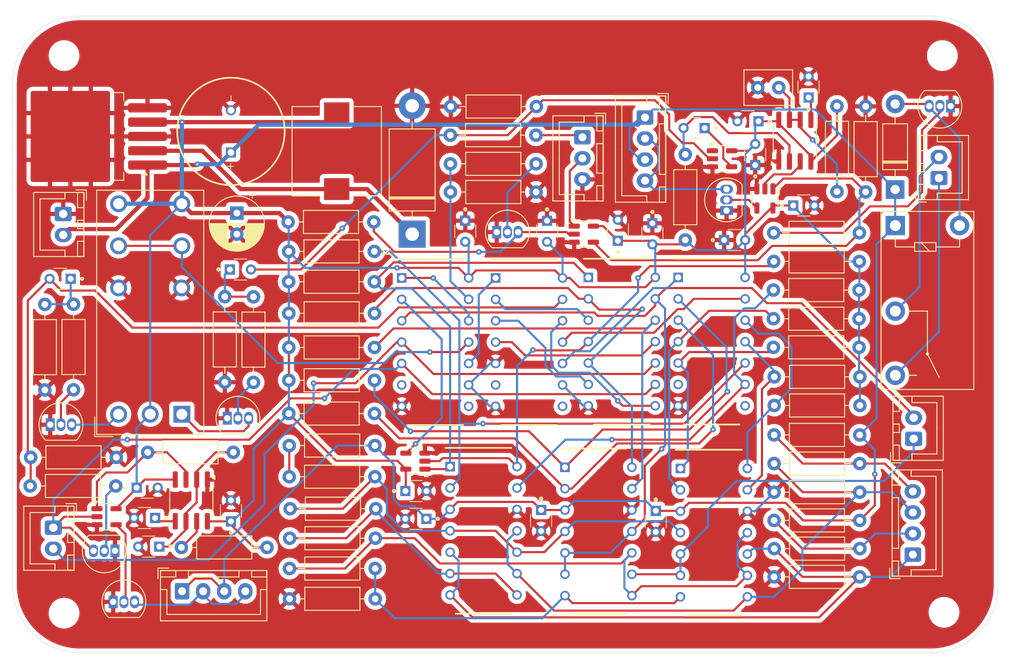
<source format=kicad_pcb>
(kicad_pcb (version 20240108) (generator "pcbnew") (generator_version "8.0")
  (layers (0 "F.Cu" signal) (31 "B.Cu" signal) (34 "B.Paste" user) (35 "F.Paste" user) (36 "B.SilkS" user "B.Silkscreen") (37 "F.SilkS" user "F.Silkscreen") (38 "B.Mask" user) (39 "F.Mask" user) (44 "Edge.Cuts" user))
  (net 0 "")
  (net 1 "5V")
  (net 2 "12V")
  (net 3 "Net-(U6-CV)")
  (net 4 "Net-(U6-THR)")
  (net 5 "Net-(D3-K)")
  (net 7 "TS_active")
  (net 8 "closed_air")
  (net 9 "Net-(C25-Pad1)")
  (net 10 "IMP_FAULT")
  (net 12 "not_green")
  (net 13 "Precharge_ON")
  (net 14 "SCS_LATCH")
  (net 15 "closed_air2")
  (net 16 "~{AIR}_buf")
  (net 17 "air1_imp")
  (net 18 "closed_air1")
  (net 19 "BATT_FAULT")
  (net 20 "air2_imp")
  (net 22 "AIR_CON_FAULT")
  (net 23 "short_air")
  (net 25 "SCS_FAULT")
  (net 26 "CON_imp")
  (net 27 "short_gnd_a2")
  (net 29 "OPEN_~{AIR}")
  (net 30 "short_air1")
  (net 32 "SHORT_CON")
  (net 33 "SHORT_~{AIR}")
  (net 34 "short_gnd_a1")
  (net 35 "OPEN_CON")
  (net 36 "short_air2")
  (net 37 "A2")
  (net 38 "AIR2_aux+")
  (net 39 "A1")
  (net 40 "AIR1_aux+")
  (net 41 "Precharge_done{slash}Close_AIR1")
  (net 42 "GLVS-")
  (net 43 "Net-(U2-DIS)")
  (net 44 "Net-(Q1-G)")
  (net 45 "Net-(Q3-D)")
  (net 46 "Net-(Q3-G)")
  (net 47 "Net-(Q4-G)")
  (net 48 "Net-(Q5-G)")
  (net 49 "7Vth")
  (net 50 "4V5th")
  (net 51 "3Vth")
  (net 52 "2V5th")
  (net 53 "0V5th")
  (net 54 "CON_buf")
  (net 55 "TSAL_OK")
  (net 56 "Net-(C1-Pad1)")
  (net 57 "Net-(U2-CV)")
  (net 58 "TS<60V")
  (net 59 "Net-(U6-DIS)")
  (net 60 "Net-(U6-Q)")
  (net 61 "Net-(U2-TR)")
  (net 62 "GLVS 5V+")
  (net 63 "Net-(C28-Pad1)")
  (net 64 "TS>60V (1)")
  (net 65 "TS>60V (2)")
  (net 66 "GLVS+")
  (net 67 "Net-(D1-A)")
  (net 68 "TSAL_OK_Shutdown-")
  (net 69 "TSAL_OK_Shutdown+")
  (net 70 "Net-(Q2-G)")
  (net 71 "red-")
  (net 72 "green-")
  (net 73 "Net-(Q6-G)")
  (net 74 "Net-(Q7-G)")
  (net 75 "Net-(U2-Q)")
  (net 76 "Net-(Q7-D)")
  (net 77 "Net-(Q6-D)")
  (footprint "Resistor_THT:R_Axial_DIN0207_L6.3mm_D2.5mm_P10.16mm_Horizontal" (layer "F.Cu") (at 76.51 58.25 180)
    (property "Reference" "R16" (hide yes))
    (property "Value" "5k6" (hide yes))
  )
  (footprint "Package_TO_SOT_SMD:TO-263-5_TabPin3" (layer "F.Cu") (at 41.95 41 180)
    (property "Reference" "U26" (hide yes))
    (property "Value" "LM2596SX-5.0/NOPB" (hide yes))
  )
  (footprint "Resistor_THT:R_Axial_DIN0207_L6.3mm_D2.5mm_P10.16mm_Horizontal" (layer "F.Cu") (at 76.53 69.95 180)
    (property "Reference" "R20" (hide yes))
    (property "Value" "5k6" (hide yes))
  )
  (footprint "Resistor_THT:R_Axial_DIN0207_L6.3mm_D2.5mm_P10.16mm_Horizontal" (layer "F.Cu") (at 131.4 37.39 -90)
    (property "Reference" "R27" (hide yes))
    (property "Value" "100k" (hide yes))
  )
  (footprint "50ZLJ680M12.5X25:CAPPRD500W60D1275H2700" (layer "F.Cu") (at 59.5 42.9 90)
    (property "Reference" "C18" (hide yes))
    (property "Value" "680uF" (hide yes))
  )
  (footprint "MountingHole:MountingHole_3.2mm_M3" (layer "F.Cu") (at 144.1 97.5)
    (property "Reference" "REF**" (hide yes))
    (property "Value" "MountingHole_3.2mm_M3" (hide yes))
  )
  (footprint "FA14_Capacitor:FA18X7R1H104KNU00" (layer "F.Cu") (at 80.2 83.1)
    (property "Reference" "C14" (hide yes))
    (property "Value" "0.1uF" (hide yes))
  )
  (footprint "FA14_Capacitor:FA18X7R1H104KNU00" (layer "F.Cu") (at 118.0125 53.3)
    (property "Reference" "C17" (hide yes))
    (property "Value" "0.1uF" (hide yes))
  )
  (footprint "Resistor_THT:R_Axial_DIN0207_L6.3mm_D2.5mm_P10.16mm_Horizontal" (layer "F.Cu") (at 76.68 85.2 180)
    (property "Reference" "R3" (hide yes))
    (property "Value" "15k" (hide yes))
  )
  (footprint "FA14_Capacitor:FA18X7R1H104KNU00" (layer "F.Cu") (at 122.0875 39.2 180)
    (property "Reference" "C22" (hide yes))
    (property "Value" "0.1uF" (hide yes))
  )
  (footprint "MountingHole:MountingHole_3.2mm_M3" (layer "F.Cu") (at 143.9 31.4)
    (property "Reference" "REF**" (hide yes))
    (property "Value" "MountingHole_3.2mm_M3" (hide yes))
  )
  (footprint "Resistor_THT:R_Axial_DIN0207_L6.3mm_D2.5mm_P10.16mm_Horizontal" (layer "F.Cu") (at 76.45 51.15 180)
    (property "Reference" "R40" (hide yes))
    (property "Value" "1k" (hide yes))
  )
  (footprint "Resistor_THT:R_Axial_DIN0207_L6.3mm_D2.5mm_P10.16mm_Horizontal" (layer "F.Cu") (at 58.7725 60.0225 -90)
    (property "Reference" "R42" (hide yes))
    (property "Value" "68k" (hide yes))
  )
  (footprint "FA14_Capacitor:FA18X7R1H104KNU00" (layer "F.Cu") (at 109.5 51.3125 -90)
    (property "Reference" "C8" (hide yes))
    (property "Value" "0.1uF" (hide yes))
  )
  (footprint "Connector_JST:JST_XH_B4B-XH-A_1x04_P2.50mm_Vertical" (layer "F.Cu") (at 53.7 95)
    (property "Reference" "J4" (hide yes))
    (property "Value" "B4B-XH-A" (hide yes))
  )
  (footprint "Resistor_THT:R_Axial_DIN0207_L6.3mm_D2.5mm_P10.16mm_Horizontal" (layer "F.Cu") (at 63.78 89.8 180)
    (property "Reference" "R23" (hide yes))
    (property "Value" "10k" (hide yes))
  )
  (footprint "FA14_Capacitor:FA18X7R1H104KNU00" (layer "F.Cu") (at 87.3 51 -90)
    (property "Reference" "C4" (hide yes))
    (property "Value" "0.1uF" (hide yes))
  )
  (footprint "LM339N:DIP794W53P254L1930H508Q14N" (layer "F.Cu") (at 116.53 65.36)
    (property "Reference" "IC5" (hide yes))
    (property "Value" "CD4072BE" (hide yes))
  )
  (footprint "Connector_JST:JST_XH_B2B-XH-A_1x02_P2.50mm_Vertical" (layer "F.Cu") (at 140.5 76.9 90)
    (property "Reference" "J8" (hide yes))
    (property "Value" "B2B-XH-A" (hide yes))
  )
  (footprint "Package_TO_SOT_THT:TO-92_Inline" (layer "F.Cu") (at 59.06 74.46)
    (property "Reference" "Q6" (hide yes))
    (property "Value" "2N7000" (hide yes))
  )
  (footprint "Resistor_THT:R_Axial_DIN0207_L6.3mm_D2.5mm_P10.16mm_Horizontal" (layer "F.Cu") (at 123.86 59.24)
    (property "Reference" "R17" (hide yes))
    (property "Value" "5k6" (hide yes))
  )
  (footprint "Resistor_THT:R_Axial_DIN0207_L6.3mm_D2.5mm_P10.16mm_Horizontal" (layer "F.Cu") (at 35.6775 82.5)
    (property "Reference" "R25" (hide yes))
    (property "Value" "100" (hide yes))
  )
  (footprint "Resistor_THT:R_Axial_DIN0207_L6.3mm_D2.5mm_P10.16mm_Horizontal" (layer "F.Cu") (at 123.94 79.84)
    (property "Reference" "R13" (hide yes))
    (property "Value" "27k" (hide yes))
  )
  (footprint "Resistor_THT:R_Axial_DIN0207_L6.3mm_D2.5mm_P10.16mm_Horizontal" (layer "F.Cu") (at 76.58 81.4 180)
    (property "Reference" "R2" (hide yes))
    (property "Value" "27k" (hide yes))
  )
  (footprint "FA14_Capacitor:FA18X7R1H104KNU00" (layer "F.Cu") (at 50.5 86.3 180)
    (property "Reference" "C9" (hide yes))
    (property "Value" "10nF" (hide yes))
  )
  (footprint "FA14_Capacitor:FA18X7R1H104KNU00" (layer "F.Cu") (at 105.4 53.3875 90)
    (property "Reference" "C6" (hide yes))
    (property "Value" "0.1uF" (hide yes))
  )
  (footprint "Resistor_THT:R_Axial_DIN0207_L6.3mm_D2.5mm_P10.16mm_Horizontal" (layer "F.Cu") (at 40.8225 71.08 90)
    (property "Reference" "R43" (hide yes))
    (property "Value" "100" (hide yes))
  )
  (footprint "Connector_JST:JST_XH_B2B-XH-A_1x02_P2.50mm_Vertical" (layer "F.Cu") (at 38.425 87.45 -90)
    (property "Reference" "J3" (hide yes))
    (property "Value" "B2B-XH-A" (hide yes))
  )
  (footprint "Capacitor_THT:C_Disc_D5.5mm_W4mm_P2.50mm_1" (layer "F.Cu") (at 122 35.2)
    (property "Reference" "C23" (hide yes))
    (property "Value" "22uF" (hide yes))
  )
  (footprint "Resistor_THT:R_Axial_DIN0207_L6.3mm_D2.5mm_P10.16mm_Horizontal" (layer "F.Cu") (at 45.9 79.1 180)
    (property "Reference" "R26" (hide yes))
    (property "Value" "10k" (hide yes))
  )
  (footprint "Resistor_THT:R_Axial_DIN0207_L6.3mm_D2.5mm_P10.16mm_Horizontal" (layer "F.Cu") (at 95.6825 40.85 180)
    (property "Reference" "R50" (hide yes))
    (property "Value" "6k8" (hide yes))
  )
  (footprint "Resistor_THT:R_Axial_DIN0207_L6.3mm_D2.5mm_P10.16mm_Horizontal" (layer "F.Cu") (at 123.94 86.59)
    (property "Reference" "R9" (hide yes))
    (property "Value" "68k" (hide yes))
  )
  (footprint "Connector_JST:JST_XH_B2B-XH-A_1x02_P2.50mm_Vertical" (layer "F.Cu") (at 39.6 50.2 -90)
    (property "Reference" "J6" (hide yes))
    (property "Value" "B2B-XH-A" (hide yes))
  )
  (footprint "FA14_Capacitor:FA18X7R1H104KNU00" (layer "F.Cu") (at 115.7 40 180)
    (property "Reference" "C25" (hide yes))
    (property "Value" "0.1uF" (hide yes))
  )
  (footprint "Package_TO_SOT_THT:TO-92_Inline" (layer "F.Cu") (at 144.88 37.4 180)
    (property "Reference" "Q5" (hide yes))
    (property "Value" "2N7000" (hide yes))
  )
  (footprint "Connector_JST:JST_XH_B4B-XH-A_1x04_P2.50mm_Vertical" (layer "F.Cu") (at 108.625 38.75 -90)
    (property "Reference" "J5" (hide yes))
    (property "Value" "B4B-XH-A" (hide yes))
  )
  (footprint "Resistor_THT:R_Axial_DIN0207_L6.3mm_D2.5mm_P10.16mm_Horizontal" (layer "F.Cu") (at 95.7 47.6 180)
    (property "Reference" "R39" (hide yes))
    (property "Value" "10k" (hide yes))
  )
  (footprint "FA14_Capacitor:FA18X7R1H104KNU00" (layer "F.Cu") (at 126.2125 49.2)
    (property "Reference" "C2" (hide yes))
    (property "Value" "0.1uF" (hide yes))
  )
  (footprint "Resistor_THT:R_Axial_DIN0207_L6.3mm_D2.5mm_P10.16mm_Horizontal" (layer "F.Cu") (at 123.86 66.04)
    (property "Reference" "R30" (hide yes))
    (property "Value" "5k6" (hide yes))
  )
  (footprint "Package_TO_SOT_SMD:SOT-23-5" (layer "F.Cu") (at 117.7625 43.65)
    (property "Reference" "U9" (hide yes))
    (property "Value" "SN74AHC1G04DBVRE4" (hide yes))
  )
  (footprint "FA14_Capacitor:FA18X7R1H104KNU00" (layer "F.Cu") (at 82.6875 86.4 180)
    (property "Reference" "C3" (hide yes))
    (property "Value" "0.1uF" (hide yes))
  )
  (footprint "Package_TO_SOT_SMD:SOT-23-5" (layer "F.Cu") (at 101.3625 52.6)
    (property "Reference" "U14" (hide yes))
    (property "Value" "SN74AHCT1G08DBVR" (hide yes))
  )
  (footprint "Package_SO:SOIC-8_3.9x4.9mm_P1.27mm" (layer "F.Cu") (at 126.4 41.5 90)
    (property "Reference" "U2" (hide yes))
    (property "Value" "LMC555CMX/NOPB" (hide yes))
  )
  (footprint "LM339N:DIP794W53P254L1930H508Q14N" (layer "F.Cu") (at 105.87 65.36)
    (property "Reference" "IC3" (hide yes))
    (property "Value" "SN74HC86N" (hide yes))
  )
  (footprint "LM339N:DIP794W53P254L1930H508Q14N" (layer "F.Cu") (at 94.87 65.42)
    (property "Reference" "IC4" (hide yes))
    (property "Value" "CD4072BE" (hide yes))
  )
  (footprint "Resistor_THT:R_Axial_DIN0207_L6.3mm_D2.5mm_P10.16mm_Horizontal" (layer "F.Cu") (at 76.53 66.05 180)
    (property "Reference" "R21" (hide yes))
    (property "Value" "5k6" (hide yes))
  )
  (footprint "Resistor_THT:R_Axial_DIN0207_L6.3mm_D2.5mm_P10.16mm_Horizontal" (layer "F.Cu") (at 123.96 89.94)
    (property "Reference" "R10" (hide yes))
    (property "Value" "27k" (hide yes))
  )
  (footprint "FA14_Capacitor:FA18X7R1H104KNU00" (layer "F.Cu") (at 48.3125 82.7)
    (property "Reference" "C13" (hide yes))
    (property "Value" "0.1uF" (hide yes))
  )
  (footprint "Package_TO_SOT_THT:TO-92_Inline" (layer "F.Cu") (at 45.74 90.2 180)
    (property "Reference" "Q1" (hide yes))
    (property "Value" "2N7000" (hide yes))
  )
  (footprint "Package_TO_SOT_THT:TO-92_Inline" (layer "F.Cu") (at 45.53 96.26)
    (property "Reference" "Q2" (hide yes))
    (property "Value" "2N7000" (hide yes))
  )
  (footprint "Resistor_THT:R_Axial_DIN0207_L6.3mm_D2.5mm_P10.16mm_Horizontal" (layer "F.Cu") (at 76.53 73.9 180)
    (property "Reference" "R19" (hide yes))
    (property "Value" "5k6" (hide yes))
  )
  (footprint "FA14_Capacitor:FA18X7R1H104KNU00" (layer "F.Cu") (at 51 89.7 180)
    (property "Reference" "C11" (hide yes))
    (property "Value" "1uF" (hide yes))
  )
  (footprint "Diode_THT:D_DO-41_SOD81_P10.16mm_Horizontal" (layer "F.Cu") (at 138.3 47.3 90)
    (property "Reference" "D1" (hide yes))
    (property "Value" "1N4001" (hide yes))
  )
  (footprint "LM339N:DIP794W53P254L1930H508Q14N" (layer "F.Cu") (at 103.1 87.9)
    (property "Reference" "U4" (hide yes))
    (property "Value" "LM339N/NOPB" (hide yes))
  )
  (footprint "Resistor_THT:R_Axial_DIN0207_L6.3mm_D2.5mm_P10.16mm_Horizontal" (layer "F.Cu") (at 76.53 62 180)
    (property "Reference" "R22" (hide yes))
    (property "Value" "5k6" (hide yes))
  )
  (footprint "FA14_Capacitor:FA18X7R1H104KNU00" (layer "F.Cu") (at 128.03 36.3725 90)
    (property "Reference" "C24" (hide yes))
    (property "Value" "10nF" (hide yes))
  )
  (footprint "MountingHole:MountingHole_3.2mm_M3" (layer "F.Cu") (at 39.7 31.4)
    (property "Reference" "REF**" (hide yes))
    (property "Value" "MountingHole_3.2mm_M3" (hide yes))
  )
  (footprint "Resistor_THT:R_Axial_DIN0207_L6.3mm_D2.5mm_P10.16mm_Horizontal" (layer "F.Cu") (at 62.1725 70.2025 90)
    (property "Reference" "R44" (hide yes))
    (property "Value" "100" (hide yes))
  )
  (footprint "Resistor_THT:R_Axial_DIN0207_L6.3mm_D2.5mm_P10.16mm_Horizontal" (layer "F.Cu") (at 95.7375 37.45 180)
    (property "Reference" "R51" (hide yes))
    (property "Value" "4.7k" (hide yes))
  )
  (footprint "Resistor_THT:R_Axial_DIN0207_L6.3mm_D2.5mm_P10.16mm_Horizontal" (layer "F.Cu") (at 113.4 53.2925 90)
    (property "Reference" "R46" (hide yes))
    (property "Value" "10k" (hide yes))
  )
  (footprint "Resistor_THT:R_Axial_DIN0207_L6.3mm_D2.5mm_P10.16mm_Horizontal" (layer "F.Cu") (at 76.51 54.65 180)
    (property "Reference" "R15" (hide yes))
    (property "Value" "5k6" (hide yes))
  )
  (footprint "FA14_Capacitor:FA18X7R1H104KNU00" (layer "F.Cu") (at 96.3 85.3525 -90)
    (property "Reference" "C5" (hide yes))
    (property "Value" "0.1uF" (hide yes))
  )
  (footprint "Resistor_THT:R_Axial_DIN0207_L6.3mm_D2.5mm_P10.16mm_Horizontal" (layer "F.Cu") (at 134.8 47.59 90)
    (property "Reference" "R8" (hide yes))
    (property "Value" "10k" (hide yes))
  )
  (footprint "FA14_Capacitor:FA18X7R1H104KNU00" (layer "F.Cu") (at 109.9 85.4525 -90)
    (property "Reference" "C12" (hide yes))
    (property "Value" "0.1uF" (hide yes))
  )
  (footprint "LM339N:DIP794W53P254L1930H508Q14N" (layer "F.Cu") (at 83.73 65.42)
    (property "Reference" "IC1" (hide yes))
    (property "Value" "CD4072BE" (hide yes))
  )
  (footprint "Package_TO_SOT_SMD:SOT-23-5" (layer "F.Cu") (at 44.7375 86.15)
    (property "Reference" "U8" (hide yes))
    (property "Value" "SN74AHCT1G08DBVR" (hide yes))
  )
  (footprint "Diode_THT:D_DO-201AD_P15.24mm_Horizontal" (layer "F.Cu") (at 81 52.6 90)
    (property "Reference" "D3" (hide yes))
    (property "Value" "1N5821" (hide yes))
  )
  (footprint "Package_TO_SOT_SMD:SOT-23-5" (layer "F.Cu") (at 122.85 48.3625 -90)
    (property "Reference" "U7" (hide yes))
    (property "Value" "SN74AHC1G32TDBVRQ1" (hide yes))
  )
  (footprint "Package_TO_SOT_THT:TO-92_Inline" (layer "F.Cu") (at 38.06 75.22)
    (property "Reference" "Q7" (hide yes))
    (property "Value" "2N7000" (hide yes))
  )
  (footprint "Resistor_THT:R_Axial_DIN0207_L6.3mm_D2.5mm_P10.16mm_Horizontal" (layer "F.Cu") (at 123.94 93.29)
    (property "Reference" "R11" (hide yes))
    (property "Value" "27k" (hide yes))
  )
  (footprint "LM339N:DIP794W53P254L1930H508Q14N" (layer "F.Cu") (at 89.47 87.82)
    (property "Reference" "U3" (hide yes))
    (property "Value" "LM339N/NOPB" (hide yes))
  )
  (footprint "Resistor_THT:R_Axial_DIN0207_L6.3mm_D2.5mm_P10.16mm_Horizontal" (layer "F.Cu") (at 123.96 69.54)
    (property "Reference" "R31" (hide yes))
    (property "Value" "5k6" (hide yes))
  )
  (footprint "Connector_JST:JST_XH_B2B-XH-A_1x02_P2.50mm_Vertical" (layer "F.Cu") (at 143.5 45.94 90)
    (property "Reference" "J7" (hide yes))
    (property "Value" "B2B-XH-A" (hide yes))
  )
  (footprint "Resistor_THT:R_Axial_DIN0207_L6.3mm_D2.5mm_P10.16mm_Horizontal" (layer "F.Cu") (at 85.54 44.25)
    (property "Reference" "R36" (hide yes))
    (property "Value" "100" (hide yes))
  )
  (footprint "Resistor_THT:R_Axial_DIN0207_L6.3mm_D2.5mm_P10.16mm_Horizontal" (layer "F.Cu") (at 134.06 52.44 180)
    (property "Reference" "R7" (hide yes))
    (property "Value" "100" (hide yes))
  )
  (footprint "Relay_THT:Relay-G5RL-K1-E" (layer "F.Cu") (at 37.1025 66.2575 90)
    (property "Reference" "K1" (hide yes))
    (property "Value" "G5RL-K1-E-DC5" (hide yes))
  )
  (footprint "LM339N:DIP794W53P254L1930H508Q14N" (layer "F.Cu") (at 116.8 88.04)
    (property "Reference" "U5" (hide yes))
    (property "Value" "LM339N/NOPB" (hide yes))
  )
  (footprint "Connector_JST:JST_XH_B3B-XH-A_1x03_P2.50mm_Vertical" (layer "F.Cu") (at 101.2 41.1 -90)
    (property "Reference" "J2" (hide yes))
    (property "Value" "B3B-XH-A" (hide yes))
  )
  (footprint "Package_TO_SOT_THT:TO-92_Inline" (layer "F.Cu") (at 91.03 52.36)
    (property "Reference" "Q3" (hide yes))
    (property "Value" "2N7000" (hide yes))
  )
  (footprint "Resistor_THT:R_Axial_DIN0207_L6.3mm_D2.5mm_P10.16mm_Horizontal" (layer "F.Cu") (at 123.9 55.84)
    (property "Reference" "R18" (hide yes))
    (property "Value" "5k6" (hide yes))
  )
  (footprint "FA14_Capacitor:FA18X7R1H104KNU00" (layer "F.Cu") (at 59.5 86.7 90)
    (property "Reference" "C7" (hide yes))
    (property "Value" "0.1uF" (hide yes))
  )
  (footprint "Inductor_SMD:L_10.4x10.4_H4.8" (layer "F.Cu") (at 72.05 42.75 90)
    (property "Reference" "L1" (hide yes))
    (property "Value" "33uH" (hide yes))
  )
  (footprint "Resistor_THT:R_Axial_DIN0207_L6.3mm_D2.5mm_P10.16mm_Horizontal" (layer "F.Cu") (at 66.42 77.7)
    (property "Reference" "R1" (hide yes))
    (property "Value" "47k" (hide yes))
  )
  (footprint "Resistor_THT:R_Axial_DIN0207_L6.3mm_D2.5mm_P10.16mm_Horizontal" (layer "F.Cu") (at 49.62 78.5)
    (property "Reference" "R24" (hide yes))
    (property "Value" "220k" (hide yes))
  )
  (footprint "FA14_Capacitor:FA18X7R1H104KNU00" (layer "F.Cu") (at 59.3725 56.8)
    (property "Reference" "C28" (hide yes))
    (property "Value" "1uF" (hide yes))
  )
  (footprint "Relay_THT:Relay_SPST_Omron-G5Q-1A" (layer "F.Cu") (at 138.32 51.58 -90)
    (property "Reference" "K2" (hide yes))
    (property "Value" "G5Q1A4DC12" (hide yes))
  )
  (footprint "Resistor_THT:R_Axial_DIN0207_L6.3mm_D2.5mm_P10.16mm_Horizontal" (layer "F.Cu") (at 76.63 88.7 180)
    (property "Reference" "R4" (hide yes))
    (property "Value" "4.7k" (hide yes))
  )
  (footprint "Resistor_THT:R_Axial_DIN0207_L6.3mm_D2.5mm_P10.16mm_Horizontal" (layer "F.Cu") (at 123.94 76.44)
    (property "Reference" "R12" (hide yes))
    (property "Value" "68k" (hide yes))
  )
  (footprint "FA14_Capacitor:FA18X7R1H104KNU00" (layer "F.Cu") (at 40.4875 57.9 180)
    (property "Reference" "C1" (hide yes))
    (property "Value" "1uF" (hide yes))
  )
  (footprint "Capacitor_THT:CP_Radial_D6.3mm_P2.50mm" (layer "F.Cu") (at 60.2 50.1 -90)
    (property "Reference" "C15" (hide yes))
    (property "Value" "220uF" (hide yes))
  )
  (footprint "FA14_Capacitor:FA18X7R1H104KNU00" (layer "F.Cu") (at 121.7 44.4 90)
    (property "Reference" "C26" (hide yes))
    (property "Value" "0.1uF" (hide yes))
  )
  (footprint "Resistor_THT:R_Axial_DIN0207_L6.3mm_D2.5mm_P10.16mm_Horizontal" (layer "F.Cu") (at 123.94 83.24)
    (property "Reference" "R14" (hide yes))
    (property "Value" "27k" (hide yes))
  )
  (footprint "Resistor_THT:R_Axial_DIN0207_L6.3mm_D2.5mm_P10.16mm_Horizontal" (layer "F.Cu") (at 37.4225 71.1 90)
    (property "Reference" "R41" (hide yes))
    (property "Value" "68k" (hide yes))
  )
  (footprint "Resistor_THT:R_Axial_DIN0207_L6.3mm_D2.5mm_P10.16mm_Horizontal" (layer "F.Cu") (at 123.86 62.64)
    (property "Reference" "R29" (hide yes))
    (property "Value" "5k6" (hide yes))
  )
  (footprint "Resistor_THT:R_Axial_DIN0207_L6.3mm_D2.5mm_P10.16mm_Horizontal" (layer "F.Cu") (at 66.45 95.9)
    (property "Reference" "R6" (hide yes))
    (property "Value" "4.7k" (hide yes))
  )
  (footprint "FA14_Capacitor:FA18X7R1H104KNU00" (layer "F.Cu") (at 97 51.0125 -90)
    (property "Reference" "C16" (hide yes))
    (property "Value" "0.1uF" (hide yes))
  )
  (footprint "Package_TO_SOT_THT:TO-92_Inline" (layer "F.Cu") (at 118.3 49.8 90)
    (property "Reference" "Q4" (hide yes))
    (property "Value" "2N7000" (hide yes))
  )
  (footprint "Package_SO:SOIC-8_3.9x4.9mm_P1.27mm" (layer "F.Cu") (at 54.8 84.2125 -90)
    (property "Reference" "U6" (hide yes))
    (property "Value" "LMC555CMX/NOPB" (hide yes))
  )
  (footprint "Connector_JST:JST_XH_B4B-XH-A_1x04_P2.50mm_Vertical" (layer "F.Cu") (at 140.4 90.65 90)
    (property "Reference" "J1" (hide yes))
    (property "Value" "B4B-XH-A" (hide yes))
  )
  (footprint "Resistor_THT:R_Axial_DIN0207_L6.3mm_D2.5mm_P10.16mm_Horizontal" (layer "F.Cu") (at 123.96 72.94)
    (property "Reference" "R32" (hide yes))
    (property "Value" "5k6" (hide yes))
  )
  (footprint "Resistor_THT:R_Axial_DIN0207_L6.3mm_D2.5mm_P10.16mm_Horizontal" (layer "F.Cu") (at 76.61 92.3 180)
    (property "Reference" "R5" (hide yes))
    (property "Value" "20k" (hide yes))
  )
  (footprint "MountingHole:MountingHole_3.2mm_M3" (layer "F.Cu") (at 39.7 97.6)
    (property "Reference" "REF**" (hide yes))
    (property "Value" "MountingHole_3.2mm_M3" (hide yes))
  )
  (footprint "Package_TO_SOT_SMD:SOT-23-5" (layer "F.Cu") (at 81.3825 79.55 180)
    (property "Reference" "U1" (hide yes))
    (property "Value" "SN74AHC1G32TDBVRQ1" (hide yes))
  )
  (gr_line (start 142.5 102.3) (end 41.6 102.3) (stroke (width 0.05)) (layer "Edge.Cuts"))
  (gr_arc (start 33.6 34.7) (mid 35.943146 29.043146) (end 41.6 26.7) (stroke (width 0.05)) (layer "Edge.Cuts"))
  (gr_line (start 41.6 26.7) (end 142.5 26.7) (stroke (width 0.05)) (layer "Edge.Cuts"))
  (gr_arc (start 150.5 94.3) (mid 148.156854 99.956854) (end 142.5 102.3) (stroke (width 0.05)) (layer "Edge.Cuts"))
  (gr_arc (start 142.5 26.7) (mid 148.156854 29.043146) (end 150.5 34.7) (stroke (width 0.05)) (layer "Edge.Cuts"))
  (gr_arc (start 41.6 102.3) (mid 35.943146 99.956854) (end 33.6 94.3) (stroke (width 0.05)) (layer "Edge.Cuts"))
  (gr_line (start 150.5 34.7) (end 150.5 94.3) (stroke (width 0.05)) (layer "Edge.Cuts"))
  (gr_line (start 33.6 34.7) (end 33.6 94.3) (stroke (width 0.05)) (layer "Edge.Cuts"))
  (segment (start 113.4 53.2925) (end 113.4925 53.2925) (width 0.25) (layer "F.Cu") (net 1))
  (segment (start 124.32 39.2) (end 124.495 39.025) (width 0.25) (layer "F.Cu") (net 1))
  (segment (start 124.495 39.025) (end 124.495 39.495) (width 0.25) (layer "F.Cu") (net 1))
  (segment (start 66.37 73.9) (end 71.97 79.5) (width 0.25) (layer "F.Cu") (net 1))
  (segment (start 71.97 79.5) (end 79.245 79.5) (width 0.25) (layer "F.Cu") (net 1))
  (segment (start 49.6 39.3) (end 71 39.3) (width 0.5) (layer "F.Cu") (net 1))
  (segment (start 105.4 53.3875) (end 109.075 53.3875) (width 0.25) (layer "F.Cu") (net 1))
  (segment (start 120.9 42.7) (end 121.7 41.9) (width 0.25) (layer "F.Cu") (net 1))
  (segment (start 63.78 89.8) (end 62.2125 89.8) (width 0.25) (layer "F.Cu") (net 1))
  (segment (start 65.24 50.1) (end 66.29 51.15) (width 0.5) (layer "F.Cu") (net 1))
  (segment (start 123.8 49.5) (end 124.1 49.2) (width 0.25) (layer "F.Cu") (net 1))
  (segment (start 45.875 85.2) (end 48.3125 82.7625) (width 0.25) (layer "F.Cu") (net 1))
  (segment (start 109.5 53.8125) (end 112.88 53.8125) (width 0.25) (layer "F.Cu") (net 1))
  (segment (start 79.2 56.6) (end 86.5 56.6) (width 0.25) (layer "F.Cu") (net 1))
  (segment (start 66.37 69.95) (end 66.37 66.05) (width 0.25) (layer "F.Cu") (net 1))
  (segment (start 87.7 57.8) (end 88.59 56.91) (width 0.25) (layer "F.Cu") (net 1))
  (segment (start 120.5125 57.7275) (end 120.5 57.74) (width 0.25) (layer "F.Cu") (net 1))
  (segment (start 53.7 39.3) (end 49.6 39.3) (width 0.5) (layer "F.Cu") (net 1))
  (segment (start 59.5 87.0875) (end 59.5 86.7) (width 0.25) (layer "F.Cu") (net 1))
  (segment (start 128.305 43.975) (end 131.4 40.88) (width 0.25) (layer "F.Cu") (net 1))
  (segment (start 120.5125 53.3) (end 120.5125 52.5875) (width 0.25) (layer "F.Cu") (net 1))
  (segment (start 80.245 83.055) (end 80.2 83.1) (width 0.25) (layer "F.Cu") (net 1))
  (segment (start 86.5 56.6) (end 87.7 57.8) (width 0.25) (layer "F.Cu") (net 1))
  (segment (start 128.305 43.305) (end 128.305 43.975) (width 0.25) (layer "F.Cu") (net 1))
  (segment (start 88.59 56.91) (end 97.95 56.91) (width 0.25) (layer "F.Cu") (net 1))
  (segment (start 118.9 42.7) (end 120.9 42.7) (width 0.25) (layer "F.Cu") (net 1))
  (segment (start 99.7 57.8) (end 100.8 58.9) (width 0.25) (layer "F.Cu") (net 1))
  (segment (start 60.2 50.1) (end 65.24 50.1) (width 0.5) (layer "F.Cu") (net 1))
  (segment (start 71 39.3) (end 72.05 38.25) (width 0.5) (layer "F.Cu") (net 1))
  (segment (start 131.4 40.88) (end 131.4 37.39) (width 0.25) (layer "F.Cu") (net 1))
  (segment (start 49.275 81.7375) (end 52.895 81.7375) (width 0.25) (layer "F.Cu") (net 1))
  (segment (start 98.84 57.8) (end 99.7 57.8) (width 0.25) (layer "F.Cu") (net 1))
  (segment (start 102.5 51.65) (end 103.6625 51.65) (width 0.25) (layer "F.Cu") (net 1))
  (segment (start 80.245 80.5) (end 80.245 83.055) (width 0.25) (layer "F.Cu") (net 1))
  (segment (start 60.2 50.1) (end 54.785 50.1) (width 0.5) (layer "F.Cu") (net 1))
  (segment (start 124.1 49.2) (end 126.2125 49.2) (width 0.25) (layer "F.Cu") (net 1))
  (segment (start 109.075 53.3875) (end 109.5 53.8125) (width 0.25) (layer "F.Cu") (net 1))
  (segment (start 79.245 79.5) (end 80.245 80.5) (width 0.25) (layer "F.Cu") (net 1))
  (segment (start 112.88 53.8125) (end 113.4 53.2925) (width 0.25) (layer "F.Cu") (net 1))
  (segment (start 100.8 58.9) (end 108.68 58.9) (width 0.25) (layer "F.Cu") (net 1))
  (segment (start 108.68 58.9) (end 109.84 57.74) (width 0.25) (layer "F.Cu") (net 1))
  (segment (start 48.3125 82.7) (end 49.275 81.7375) (width 0.25) (layer "F.Cu") (net 1))
  (segment (start 48.3125 82.7625) (end 48.3125 82.7) (width 0.25) (layer "F.Cu") (net 1))
  (segment (start 124.495 39.495) (end 128.305 43.305) (width 0.25) (layer "F.Cu") (net 1))
  (segment (start 62.2125 89.8) (end 59.5 87.0875) (width 0.25) (layer "F.Cu") (net 1))
  (segment (start 123.6 49.5) (end 123.8 49.5) (width 0.25) (layer "F.Cu") (net 1))
  (segment (start 56.7175 86.7) (end 59.5 86.7) (width 0.25) (layer "F.Cu") (net 1))
  (segment (start 56.705 86.6875) (end 56.7175 86.7) (width 0.25) (layer "F.Cu") (net 1))
  (segment (start 122.0875 39.2) (end 124.32 39.2) (width 0.25) (layer "F.Cu") (net 1))
  (segment (start 103.6625 51.65) (end 105.4 53.3875) (width 0.25) (layer "F.Cu") (net 1))
  (segment (start 54.785 50.1) (end 53.6725 48.9875) (width 0.5) (layer "F.Cu") (net 1))
  (segment (start 120.5125 52.5875) (end 123.6 49.5) (width 0.25) (layer "F.Cu") (net 1))
  (segment (start 97.95 56.91) (end 98.84 57.8) (width 0.25) (layer "F.Cu") (net 1))
  (via (at 53.7 39.3) (size 0.65) (drill 0.25) (layers "F.Cu" "B.Cu") (net 1))
  (via (at 79.2 56.6) (size 0.65) (drill 0.25) (layers "F.Cu" "B.Cu") (net 1))
  (segment (start 134.06 55.84) (end 132.7525 55.84) (width 0.25) (layer "B.Cu") (net 1))
  (segment (start 66.35 58.25) (end 66.35 54.65) (width 0.25) (layer "B.Cu") (net 1))
  (segment (start 49.9225 73.9775) (end 48.3125 75.5875) (width 0.25) (layer "B.Cu") (net 1))
  (segment (start 132.7525 55.84) (end 126.2125 49.3) (width 0.25) (layer "B.Cu") (net 1))
  (segment (start 109.84 54.1525) (end 109.5 53.8125) (width 0.25) (layer "B.Cu") (net 1))
  (segment (start 53.6725 39.3275) (end 53.6725 48.9875) (width 0.5) (layer "B.Cu") (net 1))
  (segment (start 98.84 55.3525) (end 97 53.5125) (width 0.25) (layer "B.Cu") (net 1))
  (segment (start 98.84 57.8) (end 98.84 55.3525) (width 0.25) (layer "B.Cu") (net 1))
  (segment (start 62.2 78.07) (end 66.37 73.9) (width 0.25) (layer "B.Cu") (net 1))
  (segment (start 134.02 59.24) (end 134.02 62.64) (width 0.25) (layer "B.Cu") (net 1))
  (segment (start 121.7 39.5875) (end 122.0875 39.2) (width 0.25) (layer "B.Cu") (net 1))
  (segment (start 134.02 62.64) (end 134.02 66.04) (width 0.25) (layer "B.Cu") (net 1))
  (segment (start 59.5 86.7) (end 59.6875 86.7) (width 0.25) (layer "B.Cu") (net 1))
  (segment (start 68.3 56.6) (end 79.2 56.6) (width 0.25) (layer "B.Cu") (net 1))
  (segment (start 62.2 84.1875) (end 62.2 78.07) (width 0.25) (layer "B.Cu") (net 1))
  (segment (start 114.7 54.5) (end 119.3125 54.5) (width 0.25) (layer "B.Cu") (net 1))
  (segment (start 134.02 66.04) (end 134.02 69.44) (width 0.25) (layer "B.Cu") (net 1))
  (segment (start 66.37 73.9) (end 66.37 69.95) (width 0.25) (layer "B.Cu") (net 1))
  (segment (start 134.06 55.84) (end 134.06 59.2) (width 0.25) (layer "B.Cu") (net 1))
  (segment (start 66.37 58.27) (end 66.35 58.25) (width 0.25) (layer "B.Cu") (net 1))
  (segment (start 53.7 39.3) (end 53.6725 39.3275) (width 0.5) (layer "B.Cu") (net 1))
  (segment (start 49.9225 73.9775) (end 49.9225 52.7375) (width 0.25) (layer "B.Cu") (net 1))
  (segment (start 109.84 57.74) (end 109.84 54.1525) (width 0.25) (layer "B.Cu") (net 1))
  (segment (start 48.3125 75.5875) (end 48.3125 82.7) (width 0.25) (layer "B.Cu") (net 1))
  (segment (start 66.37 62) (end 66.37 58.27) (width 0.25) (layer "B.Cu") (net 1))
  (segment (start 66.35 54.65) (end 68.3 56.6) (width 0.25) (layer "B.Cu") (net 1))
  (segment (start 66.35 54.65) (end 66.35 51.21) (width 0.25) (layer "B.Cu") (net 1))
  (segment (start 87.7 57.8) (end 87.7 53.9) (width 0.25) (layer "B.Cu") (net 1))
  (segment (start 87.7 53.9) (end 87.3 53.5) (width 0.25) (layer "B.Cu") (net 1))
  (segment (start 120.5125 53.3) (end 120.5125 57.7275) (width 0.25) (layer "B.Cu") (net 1))
  (segment (start 59.6875 86.7) (end 62.2 84.1875) (width 0.25) (layer "B.Cu") (net 1))
  (segment (start 126.2125 49.3) (end 126.2125 49.2) (width 0.25) (layer "B.Cu") (net 1))
  (segment (start 113.4925 53.2925) (end 114.7 54.5) (width 0.25) (layer "B.Cu") (net 1))
  (segment (start 120.5125 43.0875) (end 120.5125 53.3) (width 0.25) (layer "B.Cu") (net 1))
  (segment (start 121.7 41.9) (end 121.7 39.5875) (width 0.25) (layer "B.Cu") (net 1))
  (segment (start 46.1725 48.9875) (end 53.6725 48.9875) (width 0.5) (layer "B.Cu") (net 1))
  (segment (start 121.7 41.9) (end 120.5125 43.0875) (width 0.25) (layer "B.Cu") (net 1))
  (segment (start 66.35 51.21) (end 66.29 51.15) (width 0.25) (layer "B.Cu") (net 1))
  (segment (start 119.3125 54.5) (end 120.5125 53.3) (width 0.25) (layer "B.Cu") (net 1))
  (segment (start 134.02 69.44) (end 134.12 69.54) (width 0.25) (layer "B.Cu") (net 1))
  (segment (start 49.9225 52.7375) (end 53.6725 48.9875) (width 0.25) (layer "B.Cu") (net 1))
  (segment (start 66.37 66.05) (end 66.37 62) (width 0.25) (layer "B.Cu") (net 1))
  (segment (start 134.12 69.54) (end 134.12 72.94) (width 0.25) (layer "B.Cu") (net 1))
  (segment (start 134.06 59.2) (end 134.02 59.24) (width 0.25) (layer "B.Cu") (net 1))
  (segment (start 127.39 86.59) (end 125.3 84.5) (width 0.25) (layer "F.Cu") (net 2))
  (segment (start 95.3375 84.39) (end 96.3 85.3525) (width 0.25) (layer "F.Cu") (net 2))
  (segment (start 86.39 84.39) (end 95.3375 84.39) (width 0.25) (layer "F.Cu") (net 2))
  (segment (start 49.6 48.3) (end 49.6 44.4) (width 0.5) (layer "F.Cu") (net 2))
  (segment (start 135.89038 84.79962) (end 134.1 86.59) (width 0.25) (layer "F.Cu") (net 2))
  (segment (start 49.6 44.4) (end 55.4 44.4) (width 0.5) (layer "F.Cu") (net 2))
  (segment (start 55.2 93.5) (end 57.2 93.5) (width 0.25) (layer "F.Cu") (net 2))
  (segment (start 40.3 52) (end 45.9 52) (width 0.5) (layer "F.Cu") (net 2))
  (segment (start 85.5 85.28) (end 86.39 84.39) (width 0.25) (layer "F.Cu") (net 2))
  (segment (start 96.3 85.3525) (end 99.1225 85.3525) (width 0.25) (layer "F.Cu") (net 2))
  (segment (start 53.7 95) (end 55.2 93.5) (width 0.25) (layer "F.Cu") (net 2))
  (segment (start 134.1 86.59) (end 127.39 86.59) (width 0.25) (layer "F.Cu") (net 2))
  (segment (start 113.83 84.5) (end 112.83 85.5) (width 0.25) (layer "F.Cu") (net 2))
  (segment (start 135.89038 81.1) (end 135.89038 84.79962) (width 0.25) (layer "F.Cu") (net 2))
  (segment (start 57.2 93.5) (end 58.7 95) (width 0.25) (layer "F.Cu") (net 2))
  (segment (start 39.6 52.7) (end 40.3 52) (width 0.5) (layer "F.Cu") (net 2))
  (segment (start 109.9 85.4525) (end 112.7825 85.4525) (width 0.25) (layer "F.Cu") (net 2))
  (segment (start 112.7825 85.4525) (end 112.83 85.5) (width 0.25) (layer "F.Cu") (net 2))
  (segment (start 125.3 84.5) (end 113.83 84.5) (width 0.25) (layer "F.Cu") (net 2))
  (segment (start 99.1225 85.3525) (end 99.13 85.36) (width 0.25) (layer "F.Cu") (net 2))
  (segment (start 55.4 44.4) (end 55.5 44.3) (width 0.5) (layer "F.Cu") (net 2))
  (segment (start 45.9 52) (end 49.6 48.3) (width 0.5) (layer "F.Cu") (net 2))
  (via (at 55.5 44.3) (size 0.65) (drill 0.25) (layers "F.Cu" "B.Cu") (net 2))
  (via (at 135.89038 81.1) (size 0.65) (drill 0.25) (layers "F.Cu" "B.Cu") (net 2))
  (segment (start 106.8 42.5) (end 106.8 40) (width 0.25) (layer "B.Cu") (net 2))
  (segment (start 79.6 84.9) (end 81.2 84.9) (width 0.25) (layer "B.Cu") (net 2))
  (segment (start 108.7475 84.3) (end 109.9 85.4525) (width 0.25) (layer "B.Cu") (net 2))
  (segment (start 84.38 86.4) (end 85.5 85.28) (width 0.25) (layer "B.Cu") (net 2))
  (segment (start 99.13 85.36) (end 100.19 84.3) (width 0.25) (layer "B.Cu") (net 2))
  (segment (start 72.132252 77.7) (end 76.58 77.7) (width 0.25) (layer "B.Cu") (net 2))
  (segment (start 108.05 38.75) (end 108.625 38.75) (width 0.25) (layer "B.Cu") (net 2))
  (segment (start 136.1 74.44) (end 134.1 76.44) (width 0.25) (layer "B.Cu") (net 2))
  (segment (start 81.2 84.9) (end 82.6875 86.3875) (width 0.25) (layer "B.Cu") (net 2))
  (segment (start 62.8 39.6) (end 107.775 39.6) (width 0.5) (layer "B.Cu") (net 2))
  (segment (start 82.6875 86.4) (end 84.38 86.4) (width 0.25) (layer "B.Cu") (net 2))
  (segment (start 109.575 37.8) (end 128.8 37.8) (width 0.25) (layer "B.Cu") (net 2))
  (segment (start 108.625 38.75) (end 109.575 37.8) (width 0.25) (layer "B.Cu") (net 2))
  (segment (start 135.89038 78.23038) (end 134.1 76.44) (width 0.25) (layer "B.Cu") (net 2))
  (segment (start 138.3 47.3) (end 138.3 51.56) (width 0.25) (layer "B.Cu") (net 2))
  (segment (start 78.8 79.92) (end 78.8 84.1) (width 0.25) (layer "B.Cu") (net 2))
  (segment (start 78.8 84.1) (end 79.6 84.9) (width 0.25) (layer "B.Cu") (net 2))
  (segment (start 136.1 53.8) (end 136.1 74.44) (width 0.25) (layer "B.Cu") (net 2))
  (segment (start 100.19 84.3) (end 108.7475 84.3) (width 0.25) (layer "B.Cu") (net 2))
  (segment (start 128.8 37.8) (end 138.3 47.3) (width 0.25) (layer "B.Cu") (net 2))
  (segment (start 108.05 43.75) (end 106.8 42.5) (width 0.25) (layer "B.Cu") (net 2))
  (segment (start 58.7 95) (end 58.7 91.132252) (width 0.25) (layer "B.Cu") (net 2))
  (segment (start 76.58 77.7) (end 78.8 79.92) (width 0.25) (layer "B.Cu") (net 2))
  (segment (start 58.1 44.3) (end 59.5 42.9) (width 0.5) (layer "B.Cu") (net 2))
  (segment (start 108.625 43.75) (end 108.05 43.75) (width 0.25) (layer "B.Cu") (net 2))
  (segment (start 106.8 40) (end 108.05 38.75) (width 0.25) (layer "B.Cu") (net 2))
  (segment (start 59.5 42.9) (end 62.8 39.6) (width 0.5) (layer "B.Cu") (net 2))
  (segment (start 55.5 44.3) (end 58.1 44.3) (width 0.5) (layer "B.Cu") (net 2))
  (segment (start 138.32 51.58) (end 136.1 53.8) (width 0.25) (layer "B.Cu") (net 2))
  (segment (start 138.3 51.56) (end 138.32 51.58) (width 0.25) (layer "B.Cu") (net 2))
  (segment (start 58.7 91.132252) (end 72.132252 77.7) (width 0.25) (layer "B.Cu") (net 2))
  (segment (start 107.775 39.6) (end 108.625 38.75) (width 0.5) (layer "B.Cu") (net 2))
  (segment (start 135.89038 81.1) (end 135.89038 78.23038) (width 0.25) (layer "B.Cu") (net 2))
  (segment (start 82.6875 86.3875) (end 82.6875 86.4) (width 0.25) (layer "B.Cu") (net 2))
  (segment (start 52.895 86.6875) (end 50.8875 86.6875) (width 0.25) (layer "F.Cu") (net 3))
  (segment (start 50.8875 86.6875) (end 50.5 86.3) (width 0.25) (layer "F.Cu") (net 3))
  (segment (start 55.435 81.7375) (end 55.435 80.762501) (width 0.25) (layer "F.Cu") (net 4))
  (segment (start 55.435 81.7375) (end 55.435 84.442501) (width 0.25) (layer "F.Cu") (net 4))
  (segment (start 55.435 84.442501) (end 54.165 85.712501) (width 0.25) (layer "F.Cu") (net 4))
  (segment (start 54.165 87.662499) (end 52.127499 89.7) (width 0.25) (layer "F.Cu") (net 4))
  (segment (start 54.165 86.6875) (end 54.165 87.662499) (width 0.25) (layer "F.Cu") (net 4))
  (segment (start 54.165 85.712501) (end 54.165 86.6875) (width 0.25) (layer "F.Cu") (net 4))
  (segment (start 55.435 80.762501) (end 57.697501 78.5) (width 0.25) (layer "F.Cu") (net 4))
  (segment (start 52.127499 89.7) (end 51 89.7) (width 0.25) (layer "F.Cu") (net 4))
  (segment (start 57.697501 78.5) (end 59.78 78.5) (width 0.25) (layer "F.Cu") (net 4))
  (segment (start 60.65 47.25) (end 72.05 47.25) (width 0.5) (layer "F.Cu") (net 5))
  (segment (start 75.65 47.25) (end 81 52.6) (width 0.5) (layer "F.Cu") (net 5))
  (segment (start 56.1 42.7) (end 60.65 47.25) (width 0.5) (layer "F.Cu") (net 5))
  (segment (start 72.05 47.25) (end 75.65 47.25) (width 0.5) (layer "F.Cu") (net 5))
  (segment (start 49.6 42.7) (end 56.1 42.7) (width 0.5) (layer "F.Cu") (net 5))
  (segment (start 83.5 57.8) (end 79.76 57.8) (width 0.25) (layer "F.Cu") (net 7))
  (via (at 83.5 57.8) (size 0.65) (drill 0.25) (layers "F.Cu" "B.Cu") (net 7))
  (segment (start 83.5 57.8) (end 87.7 62) (width 0.25) (layer "B.Cu") (net 7))
  (segment (start 87.7 62) (end 87.7 62.88) (width 0.25) (layer "B.Cu") (net 7))
  (segment (start 80.3 78.6) (end 81.4 77.5) (width 0.25) (layer "F.Cu") (net 8))
  (segment (start 80.245 78.6) (end 80.3 78.6) (width 0.25) (layer "F.Cu") (net 8))
  (via (at 81.4 77.5) (size 0.65) (drill 0.25) (layers "F.Cu" "B.Cu") (net 8))
  (segment (start 81.4 77.5) (end 84.5 74.4) (width 0.25) (layer "B.Cu") (net 8))
  (segment (start 84.5 74.4) (end 84.5 65.08) (width 0.25) (layer "B.Cu") (net 8))
  (segment (start 84.5 65.08) (end 79.76 60.34) (width 0.25) (layer "B.Cu") (net 8))
  (segment (start 117.9125 43.6125) (end 117.9125 42.2125) (width 0.25) (layer "F.Cu") (net 9))
  (segment (start 118.9 44.6) (end 117.9125 43.6125) (width 0.25) (layer "F.Cu") (net 9))
  (segment (start 117.9125 42.2125) (end 115.7 40) (width 0.25) (layer "F.Cu") (net 9))
  (segment (start 88.9 59.8) (end 90.9 57.8) (width 0.25) (layer "B.Cu") (net 10))
  (segment (start 87.7 67.96) (end 88.9 66.76) (width 0.25) (layer "B.Cu") (net 10))
  (segment (start 88.9 66.76) (end 88.9 59.8) (width 0.25) (layer "B.Cu") (net 10))
  (segment (start 85.54 44.25) (end 85.54 47.6) (width 0.25) (layer "B.Cu") (net 12))
  (segment (start 85.54 58.18) (end 87.7 60.34) (width 0.25) (layer "B.Cu") (net 12))
  (segment (start 85.54 47.6) (end 85.54 58.18) (width 0.25) (layer "B.Cu") (net 12))
  (segment (start 107.07 87.9) (end 108.6 86.37) (width 0.25) (layer "F.Cu") (net 13))
  (segment (start 111.12 59) (end 109.84 60.28) (width 0.25) (layer "F.Cu") (net 13))
  (segment (start 121.3 59) (end 111.12 59) (width 0.25) (layer "F.Cu") (net 13))
  (segment (start 108.61903 62.3) (end 103 62.3) (width 0.25) (layer "F.Cu") (net 13))
  (segment (start 108.6 86.37) (end 108.6 80.1) (width 0.25) (layer "F.Cu") (net 13))
  (segment (start 108.6 80.1) (end 110.6 78.1) (width 0.25) (layer "F.Cu") (net 13))
  (segment (start 127.189009 60.8) (end 123.1 60.8) (width 0.25) (layer "F.Cu") (net 13))
  (segment (start 140.5 74.110991) (end 127.189009 60.8) (width 0.25) (layer "F.Cu") (net 13))
  (segment (start 123.1 60.8) (end 121.3 59) (width 0.25) (layer "F.Cu") (net 13))
  (segment (start 140.5 74.4) (end 140.5 74.110991) (width 0.25) (layer "F.Cu") (net 13))
  (segment (start 103 62.3) (end 102.6 61.9) (width 0.25) (layer "F.Cu") (net 13))
  (segment (start 80.74 61.9) (end 79.76 62.88) (width 0.25) (layer "F.Cu") (net 13))
  (segment (start 102.6 61.9) (end 80.74 61.9) (width 0.25) (layer "F.Cu") (net 13))
  (segment (start 109.84 60.28) (end 109.84 61.07903) (width 0.25) (layer "F.Cu") (net 13))
  (segment (start 109.84 61.07903) (end 108.61903 62.3) (width 0.25) (layer "F.Cu") (net 13))
  (via (at 110.6 78.1) (size 0.65) (drill 0.25) (layers "F.Cu" "B.Cu") (net 13))
  (segment (start 111 77.7) (end 111 61.44) (width 0.25) (layer "B.Cu") (net 13))
  (segment (start 99.13 92.98) (end 99.13 90.44) (width 0.25) (layer "B.Cu") (net 13))
  (segment (start 110.6 78.1) (end 111 77.7) (width 0.25) (layer "B.Cu") (net 13))
  (segment (start 111 61.44) (end 109.84 60.28) (width 0.25) (layer "B.Cu") (net 13))
  (segment (start 104.53 90.44) (end 107.07 87.9) (width 0.25) (layer "B.Cu") (net 13))
  (segment (start 99.13 90.44) (end 104.53 90.44) (width 0.25) (layer "B.Cu") (net 13))
  (segment (start 86.52 66.6) (end 87.7 65.42) (width 0.25) (layer "F.Cu") (net 14))
  (segment (start 46.1725 53.9875) (end 53.6725 53.9875) (width 0.25) (layer "F.Cu") (net 14))
  (segment (start 83.1 66.6) (end 86.52 66.6) (width 0.25) (layer "F.Cu") (net 14))
  (via (at 83.1 66.6) (size 0.65) (drill 0.25) (layers "F.Cu" "B.Cu") (net 14))
  (segment (start 53.6725 56.513491) (end 65.059009 67.9) (width 0.25) (layer "B.Cu") (net 14))
  (segment (start 53.6725 53.9875) (end 53.6725 56.513491) (width 0.25) (layer "B.Cu") (net 14))
  (segment (start 81.1 66.6) (end 83.1 66.6) (width 0.25) (layer "B.Cu") (net 14))
  (segment (start 79 66.6) (end 81.1 66.6) (width 0.25) (layer "B.Cu") (net 14))
  (segment (start 65.059009 67.9) (end 77.7 67.9) (width 0.25) (layer "B.Cu") (net 14))
  (segment (start 77.7 67.9) (end 79 66.6) (width 0.25) (layer "B.Cu") (net 14))
  (segment (start 95.325 66.35) (end 95.375 66.4) (width 0.25) (layer "F.Cu") (net 15))
  (segment (start 100.86 66.4) (end 101.9 65.36) (width 0.25) (layer "F.Cu") (net 15))
  (segment (start 82.52 79.55) (end 84.25 79.55) (width 0.25) (layer "F.Cu") (net 15))
  (segment (start 84.25 79.55) (end 84.6 79.2) (width 0.25) (layer "F.Cu") (net 15))
  (segment (start 107.8 57.8) (end 109.2 56.4) (width 0.25) (layer "F.Cu") (net 15))
  (segment (start 123.34 56.4) (end 123.9 55.84) (width 0.25) (layer "F.Cu") (net 15))
  (segment (start 84.6 79.2) (end 92.44 79.2) (width 0.25) (layer "F.Cu") (net 15))
  (segment (start 109.2 56.4) (end 123.34 56.4) (width 0.25) (layer "F.Cu") (net 15))
  (segment (start 92.44 79.2) (end 93.44 80.2) (width 0.25) (layer "F.Cu") (net 15))
  (segment (start 95.375 66.4) (end 100.86 66.4) (width 0.25) (layer "F.Cu") (net 15))
  (via (at 95.325 66.35) (size 0.65) (drill 0.25) (layers "F.Cu" "B.Cu") (net 15))
  (via (at 107.8 57.8) (size 0.65) (drill 0.25) (layers "F.Cu" "B.Cu") (net 15))
  (segment (start 93.44 68.235) (end 93.44 80.2) (width 0.25) (layer "B.Cu") (net 15))
  (segment (start 107.8 57.8) (end 107.8 59.46) (width 0.25) (layer "B.Cu") (net 15))
  (segment (start 107.8 59.46) (end 101.9 65.36) (width 0.25) (layer "B.Cu") (net 15))
  (segment (start 95.325 66.35) (end 93.44 68.235) (width 0.25) (layer "B.Cu") (net 15))
  (segment (start 103.17962 61.55962) (end 101.9 60.28) (width 0.25) (layer "F.Cu") (net 16))
  (segment (start 108.3 61.5) (end 108.24038 61.55962) (width 0.25) (layer "F.Cu") (net 16))
  (segment (start 100.78 60.28) (end 101.9 60.28) (width 0.25) (layer "F.Cu") (net 16))
  (segment (start 79.1 59) (end 99.5 59) (width 0.25) (layer "F.Cu") (net 16))
  (segment (start 76.53 62) (end 76.53 61.57) (width 0.25) (layer "F.Cu") (net 16))
  (segment (start 108.24038 61.55962) (end 103.17962 61.55962) (width 0.25) (layer "F.Cu") (net 16))
  (segment (start 99.5 59) (end 100.78 60.28) (width 0.25) (layer "F.Cu") (net 16))
  (segment (start 76.53 61.57) (end 79.1 59) (width 0.25) (layer "F.Cu") (net 16))
  (via (at 108.3 61.5) (size 0.65) (drill 0.25) (layers "F.Cu" "B.Cu") (net 16))
  (segment (start 107.07 73.07) (end 107.07 80.28) (width 0.25) (layer "B.Cu") (net 16))
  (segment (start 108.3 61.5) (end 101.9 67.9) (width 0.25) (layer "B.Cu") (net 16))
  (segment (start 101.9 67.9) (end 107.07 73.07) (width 0.25) (layer "B.Cu") (net 16))
  (segment (start 100.58 61.5) (end 101.9 62.82) (width 0.25) (layer "B.Cu") (net 17))
  (segment (start 92.06 61.5) (end 100.58 61.5) (width 0.25) (layer "B.Cu") (net 17))
  (segment (start 90.9 60.34) (end 92.06 61.5) (width 0.25) (layer "B.Cu") (net 17))
  (segment (start 85.2 80.5) (end 85.5 80.2) (width 0.25) (layer "F.Cu") (net 18))
  (segment (start 79.519239 56) (end 100.16 56) (width 0.25) (layer "F.Cu") (net 18))
  (segment (start 100.16 56) (end 101.9 57.74) (width 0.25) (layer "F.Cu") (net 18))
  (segment (start 76.51 58.25) (end 78.81 55.95) (width 0.25) (layer "F.Cu") (net 18))
  (segment (start 82.52 80.5) (end 85.2 80.5) (width 0.25) (layer "F.Cu") (net 18))
  (segment (start 79.469239 55.95) (end 79.519239 56) (width 0.25) (layer "F.Cu") (net 18))
  (segment (start 78.81 55.95) (end 79.469239 55.95) (width 0.25) (layer "F.Cu") (net 18))
  (segment (start 80.949999 59.049999) (end 85.5 63.6) (width 0.25) (layer "B.Cu") (net 18))
  (segment (start 76.51 58.25) (end 77.309999 59.049999) (width 0.25) (layer "B.Cu") (net 18))
  (segment (start 85.5 63.6) (end 85.5 80.2) (width 0.25) (layer "B.Cu") (net 18))
  (segment (start 77.309999 59.049999) (end 80.949999 59.049999) (width 0.25) (layer "B.Cu") (net 18))
  (segment (start 105.98 72.98) (end 109.84 72.98) (width 0.25) (layer "F.Cu") (net 19))
  (segment (start 105.4 72.4) (end 105.98 72.98) (width 0.25) (layer "F.Cu") (net 19))
  (via (at 105.4 72.4) (size 0.65) (drill 0.25) (layers "F.Cu" "B.Cu") (net 19))
  (segment (start 97.5 64.22) (end 98.84 62.88) (width 0.25) (layer "B.Cu") (net 19))
  (segment (start 98.35 69.05) (end 97.5 68.2) (width 0.25) (layer "B.Cu") (net 19))
  (segment (start 105.4 72.4) (end 102.05 69.05) (width 0.25) (layer "B.Cu") (net 19))
  (segment (start 97.5 68.2) (end 97.5 64.22) (width 0.25) (layer "B.Cu") (net 19))
  (segment (start 102.05 69.05) (end 98.35 69.05) (width 0.25) (layer "B.Cu") (net 19))
  (segment (start 93.58 62.88) (end 90.9 62.88) (width 0.25) (layer "B.Cu") (net 20))
  (segment (start 96.8 66.1) (end 93.58 62.88) (width 0.25) (layer "B.Cu") (net 20))
  (segment (start 101.9 70.44) (end 100.96 69.5) (width 0.25) (layer "B.Cu") (net 20))
  (segment (start 98.1 69.5) (end 96.8 68.2) (width 0.25) (layer "B.Cu") (net 20))
  (segment (start 100.96 69.5) (end 98.1 69.5) (width 0.25) (layer "B.Cu") (net 20))
  (segment (start 96.8 68.2) (end 96.8 66.1) (width 0.25) (layer "B.Cu") (net 20))
  (segment (start 98.84 67.96) (end 100.3 66.5) (width 0.25) (layer "B.Cu") (net 22))
  (segment (start 102.1 66.5) (end 109.6 59) (width 0.25) (layer "B.Cu") (net 22))
  (segment (start 100.3 66.5) (end 102.1 66.5) (width 0.25) (layer "B.Cu") (net 22))
  (segment (start 111.3 59) (end 112.56 57.74) (width 0.25) (layer "B.Cu") (net 22))
  (segment (start 109.6 59) (end 111.3 59) (width 0.25) (layer "B.Cu") (net 22))
  (segment (start 113.2 61.5) (end 112.5 61.5) (width 0.25) (layer "F.Cu") (net 23))
  (segment (start 120.5 60.28) (end 114.42 60.28) (width 0.25) (layer "F.Cu") (net 23))
  (segment (start 109.7 64.3) (end 99.96 64.3) (width 0.25) (layer "F.Cu") (net 23))
  (segment (start 114.42 60.28) (end 113.2 61.5) (width 0.25) (layer "F.Cu") (net 23))
  (segment (start 112.5 61.5) (end 109.7 64.3) (width 0.25) (layer "F.Cu") (net 23))
  (segment (start 99.96 64.3) (end 98.84 65.42) (width 0.25) (layer "F.Cu") (net 23))
  (segment (start 35.74 82.4375) (end 35.6775 82.5) (width 0.25) (layer "F.Cu") (net 25))
  (segment (start 97.88 61.3) (end 98.84 60.34) (width 0.25) (layer "F.Cu") (net 25))
  (segment (start 35.4 60.4875) (end 35.4 78.76) (width 0.25) (layer "F.Cu") (net 25))
  (segment (start 39.3875 59.3) (end 43.4 59.3) (width 0.25) (layer "F.Cu") (net 25))
  (segment (start 47.8 63.7) (end 77 63.7) (width 0.25) (layer "F.Cu") (net 25))
  (segment (start 35.4 78.76) (end 35.74 79.1) (width 0.25) (layer "F.Cu") (net 25))
  (segment (start 77 63.7) (end 79.4 61.3) (width 0.25) (layer "F.Cu") (net 25))
  (segment (start 37.9875 57.9) (end 35.4 60.4875) (width 0.25) (layer "F.Cu") (net 25))
  (segment (start 37.9875 57.9) (end 39.3875 59.3) (width 0.25) (layer "F.Cu") (net 25))
  (segment (start 35.74 79.1) (end 35.74 82.4375) (width 0.25) (layer "F.Cu") (net 25))
  (segment (start 79.4 61.3) (end 97.88 61.3) (width 0.25) (layer "F.Cu") (net 25))
  (segment (start 43.4 59.3) (end 47.8 63.7) (width 0.25) (layer "F.Cu") (net 25))
  (segment (start 90.9 65.42) (end 92.82 65.42) (width 0.25) (layer "F.Cu") (net 26))
  (segment (start 108.2 67) (end 109.84 65.36) (width 0.25) (layer "F.Cu") (net 26))
  (segment (start 92.82 65.42) (end 94.4 67) (width 0.25) (layer "F.Cu") (net 26))
  (segment (start 94.4 67) (end 108.2 67) (width 0.25) (layer "F.Cu") (net 26))
  (segment (start 120.77 80.42) (end 120.77 76.13) (width 0.25) (layer "B.Cu") (net 27))
  (segment (start 126 70.9) (end 123.96 72.94) (width 0.25) (layer "B.Cu") (net 27))
  (segment (start 126 65.9) (end 126 70.9) (width 0.25) (layer "B.Cu") (net 27))
  (segment (start 120.77 76.13) (end 123.96 72.94) (width 0.25) (layer "B.Cu") (net 27))
  (segment (start 120.5 62.82) (end 122.08 64.4) (width 0.25) (layer "B.Cu") (net 27))
  (segment (start 124.5 64.4) (end 126 65.9) (width 0.25) (layer "B.Cu") (net 27))
  (segment (start 122.08 64.4) (end 124.5 64.4) (width 0.25) (layer "B.Cu") (net 27))
  (segment (start 113.86 66.6) (end 112.56 67.9) (width 0.25) (layer "F.Cu") (net 29))
  (segment (start 123.86 66.04) (end 123.3 66.6) (width 0.25) (layer "F.Cu") (net 29))
  (segment (start 123.3 66.6) (end 113.86 66.6) (width 0.25) (layer "F.Cu") (net 29))
  (segment (start 112.83 80.42) (end 113.7 79.55) (width 0.25) (layer "B.Cu") (net 29))
  (segment (start 113.7 69.04) (end 112.56 67.9) (width 0.25) (layer "B.Cu") (net 29))
  (segment (start 113.7 79.55) (end 113.7 69.04) (width 0.25) (layer "B.Cu") (net 29))
  (segment (start 89.4 75.1) (end 113.3 75.1) (width 0.25) (layer "F.Cu") (net 30))
  (segment (start 113.3 75.1) (end 120.5 67.9) (width 0.25) (layer "F.Cu") (net 30))
  (via (at 89.4 75.1) (size 0.65) (drill 0.25) (layers "F.Cu" "B.Cu") (net 30))
  (segment (start 86.6 74.9) (end 86.6 81.64) (width 0.25) (layer "B.Cu") (net 30))
  (segment (start 78.39 54.65) (end 86.6 62.86) (width 0.25) (layer "B.Cu") (net 30))
  (segment (start 86.6 81.64) (end 85.5 82.74) (width 0.25) (layer "B.Cu") (net 30))
  (segment (start 86.6 62.86) (end 86.6 74.9) (width 0.25) (layer "B.Cu") (net 30))
  (segment (start 76.51 54.65) (end 78.39 54.65) (width 0.25) (layer "B.Cu") (net 30))
  (segment (start 89.4 75.1) (end 86.6 75.1) (width 0.25) (layer "B.Cu") (net 30))
  (segment (start 105.29903 77.45) (end 115.05 77.45) (width 0.25) (layer "F.Cu") (net 32))
  (segment (start 115.05 77.45) (end 116.7 75.8) (width 0.25) (layer "F.Cu") (net 32))
  (segment (start 99.13 82.82) (end 99.92903 82.82) (width 0.25) (layer "F.Cu") (net 32))
  (segment (start 99.92903 82.82) (end 105.29903 77.45) (width 0.25) (layer "F.Cu") (net 32))
  (segment (start 93.16 76.85) (end 99.13 82.82) (width 0.25) (layer "F.Cu") (net 32))
  (segment (start 76.53 73.9) (end 79.48 76.85) (width 0.25) (layer "F.Cu") (net 32))
  (segment (start 79.48 76.85) (end 93.16 76.85) (width 0.25) (layer "F.Cu") (net 32))
  (via (at 116.7 75.8) (size 0.65) (drill 0.25) (layers "F.Cu" "B.Cu") (net 32))
  (segment (start 116.7 66.96) (end 112.56 62.82) (width 0.25) (layer "B.Cu") (net 32))
  (segment (start 116.7 75.8) (end 116.7 66.96) (width 0.25) (layer "B.Cu") (net 32))
  (segment (start 122.92 61.7) (end 123.86 62.64) (width 0.25) (layer "F.Cu") (net 33))
  (segment (start 112.56 65.36) (end 116.22 61.7) (width 0.25) (layer "F.Cu") (net 33))
  (segment (start 116.22 61.7) (end 122.92 61.7) (width 0.25) (layer "F.Cu") (net 33))
  (segment (start 111.5 66.42) (end 112.56 65.36) (width 0.25) (layer "B.Cu") (net 33))
  (segment (start 111.5 81.63) (end 111.5 66.42) (width 0.25) (layer "B.Cu") (net 33))
  (segment (start 112.83 82.96) (end 111.5 81.63) (width 0.25) (layer "B.Cu") (net 33))
  (segment (start 122.5 71) (end 123.96 69.54) (width 0.25) (layer "F.Cu") (net 34))
  (segment (start 120.77 82.96) (end 122.5 81.23) (width 0.25) (layer "F.Cu") (net 34))
  (segment (start 122.5 81.23) (end 122.5 71) (width 0.25) (layer "F.Cu") (net 34))
  (segment (start 120.5 65.36) (end 123.96 68.82) (width 0.25) (layer "B.Cu") (net 34))
  (segment (start 123.96 68.82) (end 123.96 69.54) (width 0.25) (layer "B.Cu") (net 34))
  (segment (start 99.13 80.28) (end 103.61 75.8) (width 0.25) (layer "F.Cu") (net 35))
  (segment (start 113.9 75.8) (end 118.4 71.3) (width 0.25) (layer "F.Cu") (net 35))
  (segment (start 94.85 76) (end 99.13 80.28) (width 0.25) (layer "F.Cu") (net 35))
  (segment (start 103.61 75.8) (end 113.9 75.8) (width 0.25) (layer "F.Cu") (net 35))
  (segment (start 80.8 76) (end 94.85 76) (width 0.25) (layer "F.Cu") (net 35))
  (via (at 80.8 76) (size 0.65) (drill 0.25) (layers "F.Cu" "B.Cu") (net 35))
  (via (at 118.4 71.3) (size 0.65) (drill 0.25) (layers "F.Cu" "B.Cu") (net 35))
  (segment (start 118.4 71.3) (end 118.3 71.2) (width 0.25) (layer "B.Cu") (net 35))
  (segment (start 76.53 71.73) (end 76.53 69.95) (width 0.25) (layer "B.Cu") (net 35))
  (segment (start 118.3 66.02) (end 112.56 60.28) (width 0.25) (layer "B.Cu") (net 35))
  (segment (start 118.3 71.2) (end 118.3 66.02) (width 0.25) (layer "B.Cu") (net 35))
  (segment (start 80.8 76) (end 76.53 71.73) (width 0.25) (layer "B.Cu") (net 35))
  (segment (start 104.7 77) (end 113.94 77) (width 0.25) (layer "F.Cu") (net 36))
  (segment (start 113.94 77) (end 120.5 70.44) (width 0.25) (layer "F.Cu") (net 36))
  (via (at 104.7 77) (size 0.65) (drill 0.25) (layers "F.Cu" "B.Cu") (net 36))
  (segment (start 119.2 62.6) (end 120.4 61.4) (width 0.25) (layer "B.Cu") (net 36))
  (segment (start 120.4 61.4) (end 121.7 61.4) (width 0.25) (layer "B.Cu") (net 36))
  (segment (start 120.5 70.44) (end 119.2 69.14) (width 0.25) (layer "B.Cu") (net 36))
  (segment (start 121.7 61.4) (end 123.86 59.24) (width 0.25) (layer "B.Cu") (net 36))
  (segment (start 99.18 77) (end 93.44 82.74) (width 0.25) (layer "B.Cu") (net 36))
  (segment (start 119.2 69.14) (end 119.2 62.6) (width 0.25) (layer "B.Cu") (net 36))
  (segment (start 104.7 77) (end 99.18 77) (width 0.25) (layer "B.Cu") (net 36))
  (segment (start 119.13 97.3) (end 120.77 95.66) (width 0.25) (layer "F.Cu") (net 37))
  (segment (start 134.1 83.24) (end 127.34 83.24) (width 0.25) (layer "F.Cu") (net 37))
  (segment (start 97.84 97.3) (end 119.13 97.3) (width 0.25) (layer "F.Cu") (net 37))
  (segment (start 93.44 92.9) (end 97.84 97.3) (width 0.25) (layer "F.Cu") (net 37))
  (segment (start 127.34 83.24) (end 123.94 79.84) (width 0.25) (layer "F.Cu") (net 37))
  (segment (start 123.94 95.66) (end 127.3 92.3) (width 0.25) (layer "B.Cu") (net 37))
  (segment (start 92.3 91.76) (end 93.44 92.9) (width 0.25) (layer "B.Cu") (net 37))
  (segment (start 93.44 87.82) (end 92.3 88.96) (width 0.25) (layer "B.Cu") (net 37))
  (segment (start 127.3 92.3) (end 127.3 90.04) (width 0.25) (layer "B.Cu") (net 37))
  (segment (start 137.99 83.24) (end 140.4 85.65) (width 0.25) (layer "B.Cu") (net 37))
  (segment (start 134.1 83.24) (end 137.99 83.24) (width 0.25) (layer "B.Cu") (net 37))
  (segment (start 127.3 90.04) (end 134.1 83.24) (width 0.25) (layer "B.Cu") (net 37))
  (segment (start 92.3 88.96) (end 92.3 91.76) (width 0.25) (layer "B.Cu") (net 37))
  (segment (start 120.77 95.66) (end 123.94 95.66) (width 0.25) (layer "B.Cu") (net 37))
  (segment (start 137.09 79.84) (end 140.4 83.15) (width 0.25) (layer "F.Cu") (net 38))
  (segment (start 127.34 79.84) (end 123.94 76.44) (width 0.25) (layer "F.Cu") (net 38))
  (segment (start 134.1 79.84) (end 137.09 79.84) (width 0.25) (layer "F.Cu") (net 38))
  (segment (start 134.1 79.84) (end 127.34 79.84) (width 0.25) (layer "F.Cu") (net 38))
  (segment (start 134.1 93.29) (end 127.31 93.29) (width 0.25) (layer "F.Cu") (net 39))
  (segment (start 88.16 98.1) (end 129.29 98.1) (width 0.25) (layer "F.Cu") (net 39))
  (segment (start 127.31 93.29) (end 123.96 89.94) (width 0.25) (layer "F.Cu") (net 39))
  (segment (start 129.29 98.1) (end 134.1 93.29) (width 0.25) (layer "F.Cu") (net 39))
  (segment (start 85.5 95.44) (end 88.16 98.1) (width 0.25) (layer "F.Cu") (net 39))
  (segment (start 121.41 89.94) (end 120.77 90.58) (width 0.25) (layer "B.Cu") (net 39))
  (segment (start 137.76 93.29) (end 140.4 90.65) (width 0.25) (layer "B.Cu") (net 39))
  (segment (start 86.5 91.36) (end 86.5 94.44) (width 0.25) (layer "B.Cu") (net 39))
  (segment (start 85.5 90.36) (end 86.5 91.36) (width 0.25) (layer "B.Cu") (net 39))
  (segment (start 86.5 94.44) (end 85.5 95.44) (width 0.25) (layer "B.Cu") (net 39))
  (segment (start 123.96 89.94) (end 121.41 89.94) (width 0.25) (layer "B.Cu") (net 39))
  (segment (start 134.1 93.29) (end 137.76 93.29) (width 0.25) (layer "B.Cu") (net 39))
  (segment (start 127.29 89.94) (end 123.94 86.59) (width 0.25) (layer "F.Cu") (net 40))
  (segment (start 134.12 89.94) (end 127.29 89.94) (width 0.25) (layer "F.Cu") (net 40))
  (segment (start 140.4 88.15) (end 135.91 88.15) (width 0.25) (layer "B.Cu") (net 40))
  (segment (start 135.91 88.15) (end 134.12 89.94) (width 0.25) (layer "B.Cu") (net 40))
  (segment (start 112.58 92.98) (end 107.07 92.98) (width 0.25) (layer "F.Cu") (net 41))
  (segment (start 116.1 85.3) (end 116.1 87.31) (width 0.25) (layer "B.Cu") (net 41))
  (segment (start 112.83 90.58) (end 112.83 93.12) (width 0.25) (layer "B.Cu") (net 41))
  (segment (start 137 81.9) (end 119.5 81.9) (width 0.25) (layer "B.Cu") (net 41))
  (segment (start 116.1 87.31) (end 112.83 90.58) (width 0.25) (layer "B.Cu") (net 41))
  (segment (start 140.5 78.4) (end 137 81.9) (width 0.25) (layer "B.Cu") (net 41))
  (segment (start 119.5 81.9) (end 116.1 85.3) (width 0.25) (layer "B.Cu") (net 41))
  (segment (start 140.5 76.9) (end 140.5 78.4) (width 0.25) (layer "B.Cu") (net 41))
  (segment (start 112.72 93.12) (end 112.58 92.98) (width 0.25) (layer "B.Cu") (net 41))
  (segment (start 112.83 93.12) (end 112.72 93.12) (width 0.25) (layer "B.Cu") (net 41))
  (segment (start 90.24 73.04) (end 90.9 73.04) (width 0.25) (layer "B.Cu") (net 42))
  (segment (start 90.24 67.96) (end 90.9 67.96) (width 0.25) (layer "B.Cu") (net 42))
  (segment (start 121.68 85.5) (end 120.77 85.5) (width 0.25) (layer "B.Cu") (net 42))
  (segment (start 98.84 70.5) (end 101.32 72.98) (width 0.25) (layer "B.Cu") (net 42))
  (segment (start 101.32 72.98) (end 101.9 72.98) (width 0.25) (layer "B.Cu") (net 42))
  (segment (start 87.7 70.5) (end 90.24 67.96) (width 0.25) (layer "B.Cu") (net 42))
  (segment (start 123.94 83.24) (end 121.68 85.5) (width 0.25) (layer "B.Cu") (net 42))
  (segment (start 87.7 70.5) (end 90.24 73.04) (width 0.25) (layer "B.Cu") (net 42))
  (segment (start 125.765 39.025) (end 127.035 39.025) (width 0.25) (layer "F.Cu") (net 43))
  (segment (start 127.035 39.025) (end 127.035 39.935) (width 0.25) (layer "F.Cu") (net 43))
  (segment (start 127.035 39.935) (end 128.5 41.4) (width 0.25) (layer "F.Cu") (net 43))
  (segment (start 125.765 39.025) (end 125.765 36.465) (width 0.25) (layer "F.Cu") (net 43))
  (segment (start 125.765 36.465) (end 124.5 35.2) (width 0.25) (layer "F.Cu") (net 43))
  (via (at 128.5 41.4) (size 0.65) (drill 0.25) (layers "F.Cu" "B.Cu") (net 43))
  (segment (start 128.5 41.4) (end 131.4 44.3) (width 0.25) (layer "B.Cu") (net 43))
  (segment (start 131.4 44.3) (end 131.4 47.55) (width 0.25) (layer "B.Cu") (net 43))
  (segment (start 44.7 89.97) (end 44.7 83.6375) (width 0.25) (layer "B.Cu") (net 44))
  (segment (start 44.7 83.6375) (end 45.8375 82.5) (width 0.25) (layer "B.Cu") (net 44))
  (segment (start 44.47 90.2) (end 44.7 89.97) (width 0.25) (layer "B.Cu") (net 44))
  (segment (start 78.86863 54.7) (end 76.45 52.28137) (width 0.25) (layer "F.Cu") (net 45))
  (segment (start 99.562501 52.6) (end 99.322501 52.36) (width 0.25) (layer "F.Cu") (net 45))
  (segment (start 99.322501 52.36) (end 93.57 52.36) (width 0.25) (layer "F.Cu") (net 45))
  (segment (start 100.225 52.6) (end 99.562501 52.6) (width 0.25) (layer "F.Cu") (net 45))
  (segment (start 76.45 52.28137) (end 76.45 51.15) (width 0.25) (layer "F.Cu") (net 45))
  (segment (start 88.9 54.7) (end 78.86863 54.7) (width 0.25) (layer "F.Cu") (net 45))
  (via (at 88.9 54.7) (size 0.65) (drill 0.25) (layers "F.Cu" "B.Cu") (net 45))
  (segment (start 93.57 52.585) (end 93.57 52.36) (width 0.25) (layer "B.Cu") (net 45))
  (segment (start 91.455 54.7) (end 93.57 52.585) (width 0.25) (layer "B.Cu") (net 45))
  (segment (start 88.9 54.7) (end 91.455 54.7) (width 0.25) (layer "B.Cu") (net 45))
  (segment (start 92.3 47.65) (end 92.3 52.36) (width 0.25) (layer "B.Cu") (net 46))
  (segment (start 95.7 44.25) (end 92.3 47.65) (width 0.25) (layer "B.Cu") (net 46))
  (segment (start 121.9 49.5) (end 120.93 48.53) (width 0.25) (layer "F.Cu") (net 47))
  (segment (start 120.93 48.53) (end 118.3 48.53) (width 0.25) (layer "F.Cu") (net 47))
  (segment (start 139.8 49.3) (end 135.3 49.3) (width 0.25) (layer "F.Cu") (net 48))
  (segment (start 143.61 38.120991) (end 141.5 40.230991) (width 0.25) (layer "F.Cu") (net 48))
  (segment (start 132.16 52.44) (end 123.9 52.44) (width 0.25) (layer "F.Cu") (net 48))
  (segment (start 141.5 40.230991) (end 141.5 47.6) (width 0.25) (layer "F.Cu") (net 48))
  (segment (start 141.5 47.6) (end 139.8 49.3) (width 0.25) (layer "F.Cu") (net 48))
  (segment (start 143.61 37.4) (end 143.61 38.120991) (width 0.25) (layer "F.Cu") (net 48))
  (segment (start 135.3 49.3) (end 132.16 52.44) (width 0.25) (layer "F.Cu") (net 48))
  (segment (start 66.42 77.7) (end 66.42 81.4) (width 0.25) (layer "F.Cu") (net 49))
  (segment (start 72.78 85.2) (end 76.58 81.4) (width 0.25) (layer "F.Cu") (net 50))
  (segment (start 66.52 85.2) (end 72.78 85.2) (width 0.25) (layer "F.Cu") (net 50))
  (segment (start 85.5 87.82) (end 90.9 87.82) (width 0.25) (layer "F.Cu") (net 50))
  (segment (start 90.9 87.82) (end 93.44 90.36) (width 0.25) (layer "F.Cu") (net 50))
  (segment (start 96.67 90.36) (end 99.13 87.9) (width 0.25) (layer "F.Cu") (net 50))
  (segment (start 93.44 90.36) (end 96.67 90.36) (width 0.25) (layer "F.Cu") (net 50))
  (segment (start 111.49 86.7) (end 112.83 88.04) (width 0.25) (layer "B.Cu") (net 50))
  (segment (start 100.33 86.7) (end 111.49 86.7) (width 0.25) (layer "B.Cu") (net 50))
  (segment (start 80.02 87.82) (end 85.5 87.82) (width 0.25) (layer "B.Cu") (net 50))
  (segment (start 78 82.82) (end 78 85.8) (width 0.25) (layer "B.Cu") (net 50))
  (segment (start 99.13 87.9) (end 100.33 86.7) (width 0.25) (layer "B.Cu") (net 50))
  (segment (start 76.58 81.4) (end 78 82.82) (width 0.25) (layer "B.Cu") (net 50))
  (segment (start 78 85.8) (end 80.02 87.82) (width 0.25) (layer "B.Cu") (net 50))
  (segment (start 66.47 88.7) (end 73.18 88.7) (width 0.25) (layer "F.Cu") (net 51))
  (segment (start 90.9 92.9) (end 85.5 92.9) (width 0.25) (layer "F.Cu") (net 51))
  (segment (start 93.44 95.44) (end 90.9 92.9) (width 0.25) (layer "F.Cu") (net 51))
  (segment (start 73.18 88.7) (end 76.68 85.2) (width 0.25) (layer "F.Cu") (net 51))
  (segment (start 76.68 85.2) (end 76.68 85.48) (width 0.25) (layer "B.Cu") (net 51))
  (segment (start 84.1 92.9) (end 85.5 92.9) (width 0.25) (layer "B.Cu") (net 51))
  (segment (start 76.68 85.48) (end 84.1 92.9) (width 0.25) (layer "B.Cu") (net 51))
  (segment (start 73.03 92.3) (end 76.63 88.7) (width 0.25) (layer "F.Cu") (net 52))
  (segment (start 108.19 94.4) (end 119.49 94.4) (width 0.25) (layer "F.Cu") (net 52))
  (segment (start 107.07 95.52) (end 108.19 94.4) (width 0.25) (layer "F.Cu") (net 52))
  (segment (start 81.3 88.7) (end 84.3 91.7) (width 0.25) (layer "F.Cu") (net 52))
  (segment (start 76.63 88.7) (end 81.3 88.7) (width 0.25) (layer "F.Cu") (net 52))
  (segment (start 66.45 92.3) (end 73.03 92.3) (width 0.25) (layer "F.Cu") (net 52))
  (segment (start 119.49 94.4) (end 120.77 93.12) (width 0.25) (layer "F.Cu") (net 52))
  (segment (start 84.3 91.7) (end 105.81 91.7) (width 0.25) (layer "F.Cu") (net 52))
  (segment (start 105.81 91.7) (end 107.07 90.44) (width 0.25) (layer "F.Cu") (net 52))
  (segment (start 120.77 93.12) (end 119.6 91.95) (width 0.25) (layer "B.Cu") (net 52))
  (segment (start 106.18 94.63) (end 106.18 91.33) (width 0.25) (layer "B.Cu") (net 52))
  (segment (start 119.6 89.21) (end 120.77 88.04) (width 0.25) (layer "B.Cu") (net 52))
  (segment (start 119.6 91.95) (end 119.6 89.21) (width 0.25) (layer "B.Cu") (net 52))
  (segment (start 106.18 91.33) (end 107.07 90.44) (width 0.25) (layer "B.Cu") (net 52))
  (segment (start 107.07 95.52) (end 106.18 94.63) (width 0.25) (layer "B.Cu") (net 52))
  (segment (start 100.02 96.41) (end 112.08 96.41) (width 0.25) (layer "F.Cu") (net 53))
  (segment (start 112.08 96.41) (end 112.83 95.66) (width 0.25) (layer "F.Cu") (net 53))
  (segment (start 99.13 95.52) (end 100.02 96.41) (width 0.25) (layer "F.Cu") (net 53))
  (segment (start 96.45 98.2) (end 99.13 95.52) (width 0.25) (layer "B.Cu") (net 53))
  (segment (start 78.91 98.2) (end 96.45 98.2) (width 0.25) (layer "B.Cu") (net 53))
  (segment (start 76.61 92.3) (end 76.61 95.9) (width 0.25) (layer "B.Cu") (net 53))
  (segment (start 76.61 95.9) (end 78.91 98.2) (width 0.25) (layer "B.Cu") (net 53))
  (segment (start 108.86 63.8) (end 109.84 62.82) (width 0.25) (layer "F.Cu") (net 54))
  (segment (start 76.53 66.05) (end 78.78 63.8) (width 0.25) (layer "F.Cu") (net 54))
  (segment (start 78.78 63.8) (end 108.86 63.8) (width 0.25) (layer "F.Cu") (net 54))
  (segment (start 108.3 81.59) (end 108.3 64.36) (width 0.25) (layer "B.Cu") (net 54))
  (segment (start 108.3 64.36) (end 109.84 62.82) (width 0.25) (layer "B.Cu") (net 54))
  (segment (start 107.07 82.82) (end 108.3 81.59) (width 0.25) (layer "B.Cu") (net 54))
  (segment (start 122 55.7) (end 123.7 54) (width 0.25) (layer "F.Cu") (net 55))
  (segment (start 132.5 54) (end 134.06 52.44) (width 0.25) (layer "F.Cu") (net 55))
  (segment (start 123.7 54) (end 132.5 54) (width 0.25) (layer "F.Cu") (net 55))
  (segment (start 133.21 46) (end 125.025 46) (width 0.25) (layer "F.Cu") (net 55))
  (segment (start 102.5 53.55) (end 104.65 55.7) (width 0.25) (layer "F.Cu") (net 55))
  (segment (start 104.65 55.7) (end 122 55.7) (width 0.25) (layer "F.Cu") (net 55))
  (segment (start 125.025 46) (end 123.8 47.225) (width 0.25) (layer "F.Cu") (net 55))
  (segment (start 134.8 47.59) (end 133.21 46) (width 0.25) (layer "F.Cu") (net 55))
  (segment (start 134.06 48.33) (end 134.8 47.59) (width 0.25) (layer "B.Cu") (net 55))
  (segment (start 134.06 52.44) (end 134.06 48.33) (width 0.25) (layer "B.Cu") (net 55))
  (segment (start 37.4425 60.92) (end 37.4225 60.94) (width 0.25) (layer "B.Cu") (net 56))
  (segment (start 40.8225 60.92) (end 37.4425 60.92) (width 0.25) (layer "B.Cu") (net 56))
  (segment (start 40.4875 60.585) (end 40.8225 60.92) (width 0.25) (layer "B.Cu") (net 56))
  (segment (start 40.4875 57.9) (end 40.4875 60.585) (width 0.25) (layer "B.Cu") (net 56))
  (segment (start 128.305 36.6475) (end 128.03 36.3725) (width 0.25) (layer "F.Cu") (net 57))
  (segment (start 128.305 39.025) (end 128.305 36.6475) (width 0.25) (layer "F.Cu") (net 57))
  (segment (start 99.7 51.125) (end 99.7 45.1) (width 0.25) (layer "F.Cu") (net 58))
  (segment (start 100.225 51.65) (end 99.7 51.125) (width 0.25) (layer "F.Cu") (net 58))
  (segment (start 99.7 45.1) (end 101.2 43.6) (width 0.25) (layer "F.Cu") (net 58))
  (segment (start 55.435 87.985) (end 53.62 89.8) (width 0.25) (layer "F.Cu") (net 59))
  (segment (start 55.435 86.6875) (end 55.435 87.985) (width 0.25) (layer "F.Cu") (net 59))
  (segment (start 54.165 80.762501) (end 51.902499 78.5) (width 0.25) (layer "F.Cu") (net 60))
  (segment (start 47.22 80.9) (end 49.62 78.5) (width 0.25) (layer "F.Cu") (net 60))
  (segment (start 43.6 82) (end 44.7 80.9) (width 0.25) (layer "F.Cu") (net 60))
  (segment (start 54.165 81.7375) (end 54.165 80.762501) (width 0.25) (layer "F.Cu") (net 60))
  (segment (start 43.6 85.2) (end 43.6 82) (width 0.25) (layer "F.Cu") (net 60))
  (segment (start 44.7 80.9) (end 47.22 80.9) (width 0.25) (layer "F.Cu") (net 60))
  (segment (start 51.902499 78.5) (end 49.62 78.5) (width 0.25) (layer "F.Cu") (net 60))
  (segment (start 114.5 38.7) (end 113.2 40) (width 0.25) (layer "F.Cu") (net 61))
  (segment (start 118.55 40.6) (end 116.65 38.7) (width 0.25) (layer "F.Cu") (net 61))
  (segment (start 125.765 42.065) (end 124.3 40.6) (width 0.25) (layer "F.Cu") (net 61))
  (segment (start 125.765 43.975) (end 125.765 42.065) (width 0.25) (layer "F.Cu") (net 61))
  (segment (start 116.65 38.7) (end 114.5 38.7) (width 0.25) (layer "F.Cu") (net 61))
  (segment (start 124.3 40.6) (end 118.55 40.6) (width 0.25) (layer "F.Cu") (net 61))
  (segment (start 113.2 40) (end 113.2 42.9325) (width 0.25) (layer "B.Cu") (net 61))
  (segment (start 113.2 42.9325) (end 113.4 43.1325) (width 0.25) (layer "B.Cu") (net 61))
  (segment (start 92.3375 40.85) (end 95.7375 37.45) (width 0.25) (layer "F.Cu") (net 62))
  (segment (start 109.8 36.7) (end 96.4875 36.7) (width 0.25) (layer "F.Cu") (net 62))
  (segment (start 113.1 41.8) (end 111.5 40.2) (width 0.25) (layer "F.Cu") (net 62))
  (segment (start 96.4875 36.7) (end 95.7375 37.45) (width 0.25) (layer "F.Cu") (net 62))
  (segment (start 67.8 56.8) (end 61.8725 56.8) (width 0.25) (layer "F.Cu") (net 62))
  (segment (start 85.5225 40.85) (end 92.3375 40.85) (width 0.25) (layer "F.Cu") (net 62))
  (segment (start 72.7 51.9) (end 67.8 56.8) (width 0.25) (layer "F.Cu") (net 62))
  (segment (start 114.386592 41.8) (end 113.1 41.8) (width 0.25) (layer "F.Cu") (net 62))
  (segment (start 116.236592 43.65) (end 114.386592 41.8) (width 0.25) (layer "F.Cu") (net 62))
  (segment (start 111.5 40.2) (end 111.5 38.4) (width 0.25) (layer "F.Cu") (net 62))
  (segment (start 111.5 38.4) (end 109.8 36.7) (width 0.25) (layer "F.Cu") (net 62))
  (segment (start 116.625 43.65) (end 116.236592 43.65) (width 0.25) (layer "F.Cu") (net 62))
  (via (at 72.7 51.9) (size 0.65) (drill 0.25) (layers "F.Cu" "B.Cu") (net 62))
  (segment (start 83.75 40.85) (end 85.5225 40.85) (width 0.25) (layer "B.Cu") (net 62))
  (segment (start 72.7 51.9) (end 83.75 40.85) (width 0.25) (layer "B.Cu") (net 62))
  (segment (start 58.7725 60.0225) (end 62.1525 60.0225) (width 0.25) (layer "F.Cu") (net 63))
  (segment (start 62.1525 60.0225) (end 62.1725 60.0425) (width 0.25) (layer "B.Cu") (net 63))
  (segment (start 58.7725 57.4) (end 59.3725 56.8) (width 0.25) (layer "B.Cu") (net 63))
  (segment (start 58.7725 60.0225) (end 58.7725 57.4) (width 0.25) (layer "B.Cu") (net 63))
  (segment (start 74.3 70.3) (end 79.18 65.42) (width 0.25) (layer "F.Cu") (net 64))
  (segment (start 69.3 70.3) (end 74.3 70.3) (width 0.25) (layer "F.Cu") (net 64))
  (segment (start 108.54 69.2) (end 83.54 69.2) (width 0.25) (layer "F.Cu") (net 64))
  (segment (start 79.18 65.42) (end 79.76 65.42) (width 0.25) (layer "F.Cu") (net 64))
  (segment (start 83.54 69.2) (end 79.76 65.42) (width 0.25) (layer "F.Cu") (net 64))
  (segment (start 109.84 67.9) (end 108.54 69.2) (width 0.25) (layer "F.Cu") (net 64))
  (via (at 69.3 70.3) (size 0.65) (drill 0.25) (layers "F.Cu" "B.Cu") (net 64))
  (segment (start 69.3 72.9) (end 63.5 78.7) (width 0.25) (layer "B.Cu") (net 64))
  (segment (start 39.75 91.275) (end 38.425 89.95) (width 0.25) (layer "B.Cu") (net 64))
  (segment (start 63.5 78.7) (end 63.5 84.6) (width 0.25) (layer "B.Cu") (net 64))
  (segment (start 69.3 70.3) (end 69.3 72.9) (width 0.25) (layer "B.Cu") (net 64))
  (segment (start 56.825 91.275) (end 39.75 91.275) (width 0.25) (layer "B.Cu") (net 64))
  (segment (start 63.5 84.6) (end 56.825 91.275) (width 0.25) (layer "B.Cu") (net 64))
  (segment (start 83.4 71.6) (end 108.68 71.6) (width 0.25) (layer "F.Cu") (net 65))
  (segment (start 40.45 87.45) (end 43.2 90.2) (width 0.25) (layer "F.Cu") (net 65))
  (segment (start 38.425 87.45) (end 40.45 87.45) (width 0.25) (layer "F.Cu") (net 65))
  (segment (start 79.76 67.96) (end 83.4 71.6) (width 0.25) (layer "F.Cu") (net 65))
  (segment (start 39.725 86.15) (end 43.6 86.15) (width 0.25) (layer "F.Cu") (net 65))
  (segment (start 61.679009 77) (end 66.579009 72.1) (width 0.25) (layer "F.Cu") (net 65))
  (segment (start 47.2 77) (end 61.679009 77) (width 0.25) (layer "F.Cu") (net 65))
  (segment (start 66.579009 72.1) (end 70.6 72.1) (width 0.25) (layer "F.Cu") (net 65))
  (segment (start 108.68 71.6) (end 109.84 70.44) (width 0.25) (layer "F.Cu") (net 65))
  (segment (start 38.425 87.45) (end 39.725 86.15) (width 0.25) (layer "F.Cu") (net 65))
  (via (at 47.2 77) (size 0.65) (drill 0.25) (layers "F.Cu" "B.Cu") (net 65))
  (via (at 70.6 72.1) (size 0.65) (drill 0.25) (layers "F.Cu" "B.Cu") (net 65))
  (segment (start 74.1 68.6) (end 79.12 68.6) (width 0.25) (layer "B.Cu") (net 65))
  (segment (start 70.6 72.1) (end 74.1 68.6) (width 0.25) (layer "B.Cu") (net 65))
  (segment (start 79.12 68.6) (end 79.76 67.96) (width 0.25) (layer "B.Cu") (net 65))
  (segment (start 45.6 77) (end 38.425 84.175) (width 0.25) (layer "B.Cu") (net 65))
  (segment (start 38.425 84.175) (end 38.425 87.45) (width 0.25) (layer "B.Cu") (net 65))
  (segment (start 47.2 77) (end 45.6 77) (width 0.25) (layer "B.Cu") (net 65))
  (segment (start 100.95 40.85) (end 101.2 41.1) (width 0.25) (layer "F.Cu") (net 66))
  (segment (start 95.6825 40.85) (end 100.95 40.85) (width 0.25) (layer "F.Cu") (net 66))
  (segment (start 142.08 37.14) (end 142.34 37.4) (width 0.25) (layer "F.Cu") (net 67))
  (segment (start 138.3 37.14) (end 142.08 37.14) (width 0.25) (layer "F.Cu") (net 67))
  (segment (start 142.34 37.557082) (end 142.34 37.4) (width 0.25) (layer "F.Cu") (net 67))
  (segment (start 145.94 41.157082) (end 142.34 37.557082) (width 0.25) (layer "B.Cu") (net 67))
  (segment (start 145.94 51.58) (end 145.94 41.157082) (width 0.25) (layer "B.Cu") (net 67))
  (segment (start 141.2 45.74) (end 141.2 58.86) (width 0.25) (layer "B.Cu") (net 68))
  (segment (start 141.2 58.86) (end 138.32 61.74) (width 0.25) (layer "B.Cu") (net 68))
  (segment (start 143.5 43.44) (end 141.2 45.74) (width 0.25) (layer "B.Cu") (net 68))
  (segment (start 143.5 64.18) (end 138.32 69.36) (width 0.25) (layer "B.Cu") (net 69))
  (segment (start 143.5 45.94) (end 143.5 64.18) (width 0.25) (layer "B.Cu") (net 69))
  (segment (start 47 88.225) (end 47 96.06) (width 0.25) (layer "F.Cu") (net 70))
  (segment (start 47 96.06) (end 46.8 96.26) (width 0.25) (layer "F.Cu") (net 70))
  (segment (start 45.875 87.1) (end 47 88.225) (width 0.25) (layer "F.Cu") (net 70))
  (segment (start 54.6 96.6) (end 56.2 95) (width 0.25) (layer "B.Cu") (net 71))
  (segment (start 57.3 96.5) (end 60.1 96.5) (width 0.25) (layer "B.Cu") (net 71))
  (segment (start 56.2 95) (end 56.2 95.4) (width 0.25) (layer "B.Cu") (net 71))
  (segment (start 61.2 95.4) (end 61.2 95) (width 0.25) (layer "B.Cu") (net 71))
  (segment (start 60.1 96.5) (end 61.2 95.4) (width 0.25) (layer "B.Cu") (net 71))
  (segment (start 48.41 96.6) (end 54.6 96.6) (width 0.25) (layer "B.Cu") (net 71))
  (segment (start 48.07 96.26) (end 48.41 96.6) (width 0.25) (layer "B.Cu") (net 71))
  (segment (start 56.2 95.4) (end 57.3 96.5) (width 0.25) (layer "B.Cu") (net 71))
  (segment (start 108.625 46.25) (end 109.635 47.26) (width 0.25) (layer "B.Cu") (net 72))
  (segment (start 109.15 41.25) (end 108.625 41.25) (width 0.25) (layer "B.Cu") (net 72))
  (segment (start 110.2 44.9) (end 110.2 42.3) (width 0.25) (layer "B.Cu") (net 72))
  (segment (start 108.625 46.25) (end 108.85 46.25) (width 0.25) (layer "B.Cu") (net 72))
  (segment (start 109.635 47.26) (end 118.3 47.26) (width 0.25) (layer "B.Cu") (net 72))
  (segment (start 108.85 46.25) (end 110.2 44.9) (width 0.25) (layer "B.Cu") (net 72))
  (segment (start 110.2 42.3) (end 109.15 41.25) (width 0.25) (layer "B.Cu") (net 72))
  (segment (start 60.33 74.46) (end 60.33 72.045) (width 0.25) (layer "B.Cu") (net 73))
  (segment (start 60.33 72.045) (end 62.1725 70.2025) (width 0.25) (layer "B.Cu") (net 73))
  (segment (start 40.8225 71.08) (end 39.33 72.5725) (width 0.25) (layer "F.Cu") (net 74))
  (segment (start 39.33 72.5725) (end 39.33 75.22) (width 0.25) (layer "F.Cu") (net 74))
  (segment (start 126 45.5) (end 127.035 44.465) (width 0.25) (layer "F.Cu") (net 75))
  (segment (start 127.035 44.465) (end 127.035 43.975) (width 0.25) (layer "F.Cu") (net 75))
  (segment (start 123.912501 45.5) (end 126 45.5) (width 0.25) (layer "F.Cu") (net 75))
  (segment (start 122.85 47.225) (end 122.85 46.562501) (width 0.25) (layer "F.Cu") (net 75))
  (segment (start 122.85 46.562501) (end 123.912501 45.5) (width 0.25) (layer "F.Cu") (net 75))
  (segment (start 40.6 75.22) (end 44.94 75.22) (width 0.25) (layer "B.Cu") (net 76))
  (segment (start 44.94 75.22) (end 46.1725 73.9875) (width 0.25) (layer "B.Cu") (net 76))
  (segment (start 55.685 76) (end 61 76) (width 0.25) (layer "F.Cu") (net 77))
  (segment (start 61.6 75.4) (end 61.6 74.46) (width 0.25) (layer "F.Cu") (net 77))
  (segment (start 53.6725 73.9875) (end 55.685 76) (width 0.25) (layer "F.Cu") (net 77))
  (segment (start 61 76) (end 61.6 75.4) (width 0.25) (layer "F.Cu") (net 77))
  (zone (net 42) (net_name "GLVS-") (layer "F.Cu") (connect_pads (clearance 0.5)) (min_thickness 0.25) (fill yes (thermal_gap 0.5) (thermal_bridge_width 0.5))
    (polygon (pts (xy 32.1 24.8) (xy 153.6 24.8) (xy 153.6 104.1) (xy 153.6 104.1) (xy 32.1 104.1) (xy 32.1 104.1) (xy 32.1 24.8)))
  )
)
</source>
